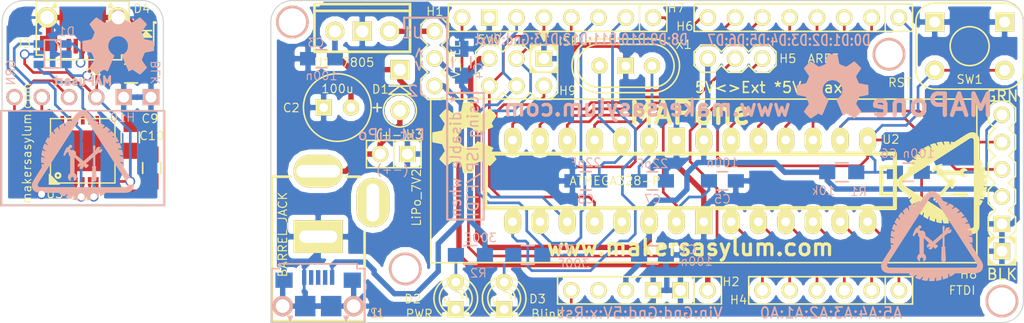
<source format=kicad_pcb>
(kicad_pcb (version 4) (host pcbnew "(2014-12-01 BZR 5309)-product")
  (title_block (title "MAPusart - USB to USART Bridge using CP2012") (rev v1) (company "Maker's Asylum : www.github.com/MakersAsylumIndia"))
  (layers (0 F.Cu signal) (31 B.Cu signal) (34 B.Paste user) (35 F.Paste user) (36 B.SilkS user) (37 F.SilkS user) (38 B.Mask user) (39 F.Mask user) (44 Edge.Cuts user))
  (net 0 "")
  (net 1 "Net-(D4-Pad1)")
  (net 2 /5V)
  (net 3 /GND_U)
  (net 4 /3V3)
  (net 5 /TXD)
  (net 6 /RXD)
  (net 7 /RST)
  (net 8 /D+)
  (net 9 /D-)
  (net 10 /D-IN)
  (net 11 /D+IN)
  (net 12 GND)
  (net 13 /V_IN)
  (net 14 "Net-(C6-Pad2)")
  (net 15 "Net-(D1-Pad1)")
  (net 16 "Net-(D2-Pad1)")
  (net 17 "Net-(D3-Pad1)")
  (net 18 /V_REG)
  (net 19 /V_USB)
  (net 20 /AD0)
  (net 21 /AD1)
  (net 22 /AD2)
  (net 23 /AD3)
  (net 24 /AD4_SDA)
  (net 25 /AD5_SCL)
  (net 26 /AREF)
  (net 27 /PD2)
  (net 28 /PD3_P)
  (net 29 /PD4)
  (net 30 /PD5_P)
  (net 31 /PD6_P)
  (net 32 /PD7)
  (net 33 /PB0)
  (net 34 /PB1_P)
  (net 35 /SS_P)
  (net 36 /MOSI_P)
  (net 37 /MISO)
  (net 38 /SCK)
  (net 39 "Net-(C7-Pad1)")
  (net 40 "Net-(C8-Pad1)")
  (net 41 /Vext)
  (module MAPone.pretty:LM78XXV (layer F.Cu) (at 58.5 34.87 90)
    (fp_text reference U1 (at -2.9 -3.7 180) (layer F.SilkS) (effects (font (size 0.8 0.8) (thickness 0.1))))
    (fp_text value 7805 (at -2.9 -0.4 180) (layer F.SilkS) (effects (font (size 0.8 0.8) (thickness 0.1))))
    (pad VI thru_hole circle (at 0 -2.54 90) (size 1.778 1.778) (drill 1.143) (layers *.Cu *.Mask F.SilkS) (net 13 /V_IN))
    (pad GND thru_hole rect (at 0 0 90) (size 1.778 1.778) (drill 1.143) (layers *.Cu *.Mask F.SilkS) (net 12 GND))
    (pad VO thru_hole circle (at 0 2.54 90) (size 1.778 1.778) (drill 1.143) (layers *.Cu *.Mask F.SilkS) (net 18 /V_REG))
  )
  (module MAPone.pretty:SW-PB (layer F.Cu) (at 115 36.25 270)
    (fp_text reference SW1 (at 3.1 0 360) (layer F.SilkS) (effects (font (size 0.8 0.8) (thickness 0.1))))
    (fp_text value RST (at 3.4 6.5 360) (layer F.SilkS) (effects (font (size 0.8 0.8) (thickness 0.1))))
    (pad 1 thru_hole rect (at -2.25 -3.25 270) (size 1.778 1.778) (drill 1.016) (layers *.Cu *.Mask F.SilkS) (net 12 GND))
    (pad 2 thru_hole circle (at 2.25 3.25 270) (size 1.778 1.778) (drill 1.016) (layers *.Cu *.Mask F.SilkS) (net 7 /RST))
    (pad 2 thru_hole circle (at 2.25 -3.25 270) (size 1.778 1.778) (drill 1.016) (layers *.Cu *.Mask F.SilkS) (net 7 /RST))
    (pad 1 thru_hole rect (at -2.25 3.25 270) (size 1.778 1.778) (drill 1.016) (layers *.Cu *.Mask F.SilkS) (net 12 GND))
  )
  (module MAPone.pretty:R_0805_HandSoldering (layer B.Cu) (at 73.9 55.7 180)
    (fp_text reference R3 (at -3.5 0.45 180) (layer B.SilkS) (effects (font (size 0.8 0.8) (thickness 0.1)) (justify mirror)))
    (fp_text value 300E (at -4.25 -0.8 180) (layer B.SilkS) (effects (font (size 0.8 0.8) (thickness 0.1)) (justify mirror)))
    (pad 1 smd rect (at -1.35 0 180) (size 1.5 1.3) (layers B.Cu B.Paste B.Mask) (net 38 /SCK))
    (pad 2 smd rect (at 1.35 0 180) (size 1.5 1.3) (layers B.Cu B.Paste B.Mask) (net 17 "Net-(D3-Pad1)"))
  )
  (module MAPone.pretty:R_0805_HandSoldering (layer B.Cu) (at 68.56 55.7)
    (fp_text reference R2 (at 0.74 1.7) (layer B.SilkS) (effects (font (size 0.8 0.8) (thickness 0.1)) (justify mirror)))
    (fp_text value 300E (at 0.94 -1.6) (layer B.SilkS) (effects (font (size 0.8 0.8) (thickness 0.1)) (justify mirror)))
    (pad 1 smd rect (at -1.35 0) (size 1.5 1.3) (layers B.Cu B.Paste B.Mask) (net 16 "Net-(D2-Pad1)"))
    (pad 2 smd rect (at 1.35 0) (size 1.5 1.3) (layers B.Cu B.Paste B.Mask) (net 2 /5V))
  )
  (module MAPone.pretty:R_0805_HandSoldering (layer B.Cu) (at 103.1 48)
    (fp_text reference R1 (at 1.5698 1.8126) (layer B.SilkS) (effects (font (size 0.8 0.8) (thickness 0.1)) (justify mirror)))
    (fp_text value 10k (at -1.7068 1.711) (layer B.SilkS) (effects (font (size 0.8 0.8) (thickness 0.1)) (justify mirror)))
    (pad 1 smd rect (at -1.35 0) (size 1.5 1.3) (layers B.Cu B.Paste B.Mask) (net 2 /5V))
    (pad 2 smd rect (at 1.35 0) (size 1.5 1.3) (layers B.Cu B.Paste B.Mask) (net 7 /RST))
  )
  (module MAPone.pretty:vite_3mm (layer F.Cu) (at 118 60)
    (fp_text reference P4 hide)
    (fp_text value CONN_1 hide)
    (pad 1 thru_hole circle (at 0 0) (size 3.048 3.048) (drill 2.54) (layers *.Cu *.SilkS *.Mask))
  )
  (module MAPone.pretty:vite_3mm (layer F.Cu) (at 62.5 57)
    (fp_text reference P3 hide)
    (fp_text value CONN_1 hide)
    (pad 1 thru_hole circle (at 0 0) (size 3.048 3.048) (drill 2.54) (layers *.Cu *.SilkS *.Mask))
  )
  (module MAPone.pretty:JACK_ALIM (layer F.Cu) (at 54.4 54 90)
    (fp_text reference J1 (at -7.2 5.5 360) (layer F.SilkS) (effects (font (size 0.8 0.8) (thickness 0.1))))
    (fp_text value BARREL_JACK (at 0.2 -3.3 270) (layer F.SilkS) (effects (font (size 0.8 0.8) (thickness 0.1))))
    (pad 2 thru_hole rect (at 0 0 90) (size 3.048 4.572) (drill oval 1.1684 3.556) (layers *.Cu *.Mask F.SilkS) (net 12 GND))
    (pad 1 thru_hole oval (at 6.096 0 90) (size 3.048 4.572) (drill oval 1.1684 4.064) (layers *.Cu *.Mask F.SilkS) (net 15 "Net-(D1-Pad1)"))
    (pad 3 thru_hole oval (at 3.175 5.08 90) (size 4.572 3.048) (drill oval 3.556 1.1684) (layers *.Cu *.Mask F.SilkS))
  )
  (module MAPone.pretty:Header_ICSP (layer F.Cu) (at 72.86 38.68)
    (fp_text reference H9 (at 4.74 1.72 180) (layer F.SilkS) (effects (font (size 0.8 0.8) (thickness 0.1))))
    (fp_text value ISP (at 4.84 -2.88 180) (layer F.SilkS) (effects (font (size 0.8 0.8) (thickness 0.1))))
    (fp_text user 5V0 (at -2.53 -3.05) (layer F.SilkS) (effects (font (size 0.8 0.8) (thickness 0.1))))
    (pad 1 thru_hole circle (at -2.54 1.27) (size 1.524 1.524) (drill 1.016) (layers *.Cu *.Mask F.SilkS) (net 37 /MISO))
    (pad 2 thru_hole circle (at -2.54 -1.27) (size 1.524 1.524) (drill 1.016) (layers *.Cu *.Mask F.SilkS) (net 2 /5V))
    (pad 3 thru_hole circle (at 0 1.27) (size 1.524 1.524) (drill 1.016) (layers *.Cu *.Mask F.SilkS) (net 38 /SCK))
    (pad 4 thru_hole circle (at 0 -1.27) (size 1.524 1.524) (drill 1.016) (layers *.Cu *.Mask F.SilkS) (net 36 /MOSI_P))
    (pad 5 thru_hole circle (at 2.54 1.27) (size 1.524 1.524) (drill 1.016) (layers *.Cu *.Mask F.SilkS) (net 7 /RST))
    (pad 6 thru_hole rect (at 2.54 -1.27) (size 1.524 1.524) (drill 1.016) (layers *.Cu *.Mask F.SilkS) (net 12 GND))
  )
  (module MAPone.pretty:Socket_Strip_Straight_1x08 (layer F.Cu) (at 76.67 33.6)
    (fp_text reference H7 (at 11.03 -0.9) (layer F.SilkS) (effects (font (size 0.8 0.8) (thickness 0.1))))
    (fp_text value IO_H hide)
    (pad 1 thru_hole circle (at 8.89 0) (size 1.524 1.524) (drill 1.016) (layers *.Cu *.Mask F.SilkS) (net 33 /PB0))
    (pad 2 thru_hole circle (at 6.35 0) (size 1.524 1.524) (drill 1.016) (layers *.Cu *.Mask F.SilkS) (net 34 /PB1_P))
    (pad 3 thru_hole circle (at 3.81 0) (size 1.524 1.524) (drill 1.016) (layers *.Cu *.Mask F.SilkS) (net 35 /SS_P))
    (pad 4 thru_hole circle (at 1.27 0) (size 1.524 1.524) (drill 1.016) (layers *.Cu *.Mask F.SilkS) (net 36 /MOSI_P))
    (pad 5 thru_hole circle (at -1.27 0) (size 1.524 1.524) (drill 1.016) (layers *.Cu *.Mask F.SilkS) (net 37 /MISO))
    (pad 6 thru_hole circle (at -3.81 0) (size 1.524 1.524) (drill 1.016) (layers *.Cu *.Mask F.SilkS) (net 38 /SCK))
    (pad 7 thru_hole rect (at -6.35 0) (size 1.524 1.524) (drill 1.016) (layers *.Cu *.Mask F.SilkS) (net 12 GND))
    (pad 8 thru_hole circle (at -8.89 0) (size 1.524 1.524) (drill 1.016) (layers *.Cu *.Mask F.SilkS) (net 41 /Vext))
  )
  (module MAPone.pretty:Socket_Strip_Straight_1x08 (layer F.Cu) (at 99.53 33.6)
    (fp_text reference H6 (at -11.03 0.8) (layer F.SilkS) (effects (font (size 0.8 0.8) (thickness 0.1))))
    (fp_text value IO_L hide)
    (pad 1 thru_hole circle (at 8.89 0) (size 1.524 1.524) (drill 1.016) (layers *.Cu *.Mask F.SilkS) (net 6 /RXD))
    (pad 2 thru_hole circle (at 6.35 0) (size 1.524 1.524) (drill 1.016) (layers *.Cu *.Mask F.SilkS) (net 5 /TXD))
    (pad 3 thru_hole circle (at 3.81 0) (size 1.524 1.524) (drill 1.016) (layers *.Cu *.Mask F.SilkS) (net 27 /PD2))
    (pad 4 thru_hole circle (at 1.27 0) (size 1.524 1.524) (drill 1.016) (layers *.Cu *.Mask F.SilkS) (net 28 /PD3_P))
    (pad 5 thru_hole circle (at -1.27 0) (size 1.524 1.524) (drill 1.016) (layers *.Cu *.Mask F.SilkS) (net 29 /PD4))
    (pad 6 thru_hole circle (at -3.81 0) (size 1.524 1.524) (drill 1.016) (layers *.Cu *.Mask F.SilkS) (net 30 /PD5_P))
    (pad 7 thru_hole circle (at -6.35 0) (size 1.524 1.524) (drill 1.016) (layers *.Cu *.Mask F.SilkS) (net 31 /PD6_P))
    (pad 8 thru_hole circle (at -8.89 0) (size 1.524 1.524) (drill 1.016) (layers *.Cu *.Mask F.SilkS) (net 32 /PD7))
  )
  (module MAPone.pretty:Socket_Strip_Straight_1x06 (layer F.Cu) (at 102.07 59)
    (fp_text reference H4 (at -8.57 0.9) (layer F.SilkS) (effects (font (size 0.8 0.8) (thickness 0.1))))
    (fp_text value ANALOG hide)
    (pad 1 thru_hole circle (at 6.35 0) (size 1.524 1.524) (drill 1.016) (layers *.Cu *.Mask F.SilkS) (net 25 /AD5_SCL))
    (pad 2 thru_hole circle (at 3.81 0) (size 1.524 1.524) (drill 1.016) (layers *.Cu *.Mask F.SilkS) (net 24 /AD4_SDA))
    (pad 3 thru_hole circle (at 1.27 0) (size 1.524 1.524) (drill 1.016) (layers *.Cu *.Mask F.SilkS) (net 23 /AD3))
    (pad 4 thru_hole circle (at -1.27 0) (size 1.524 1.524) (drill 1.016) (layers *.Cu *.Mask F.SilkS) (net 22 /AD2))
    (pad 5 thru_hole circle (at -3.81 0) (size 1.524 1.524) (drill 1.016) (layers *.Cu *.Mask F.SilkS) (net 21 /AD1))
    (pad 6 thru_hole circle (at -6.35 0) (size 1.524 1.524) (drill 1.016) (layers *.Cu *.Mask F.SilkS) (net 20 /AD0))
  )
  (module MAPone.pretty:Socket_Strip_Straight_1x06 (layer F.Cu) (at 84.29 59)
    (fp_text reference H2 (at 8.51 -0.8) (layer F.SilkS) (effects (font (size 0.8 0.8) (thickness 0.1))))
    (fp_text value Power hide)
    (pad 1 thru_hole circle (at 6.35 0) (size 1.524 1.524) (drill 1.016) (layers *.Cu *.Mask F.SilkS) (net 13 /V_IN))
    (pad 2 thru_hole rect (at 3.81 0) (size 1.524 1.524) (drill 1.016) (layers *.Cu *.Mask F.SilkS) (net 12 GND))
    (pad 3 thru_hole rect (at 1.27 0) (size 1.524 1.524) (drill 1.016) (layers *.Cu *.Mask F.SilkS) (net 12 GND))
    (pad 4 thru_hole circle (at -1.27 0) (size 1.524 1.524) (drill 1.016) (layers *.Cu *.Mask F.SilkS) (net 2 /5V))
    (pad 5 thru_hole circle (at -3.81 0) (size 1.524 1.524) (drill 1.016) (layers *.Cu *.Mask F.SilkS))
    (pad 6 thru_hole circle (at -6.35 0) (size 1.524 1.524) (drill 1.016) (layers *.Cu *.Mask F.SilkS) (net 7 /RST))
  )
  (module MAPone.pretty:Header_3 (layer F.Cu) (at 65.23 37.41 270)
    (fp_text reference H1 (at -4.39 -0.02 540) (layer F.SilkS) (effects (font (size 0.8 0.8) (thickness 0.1))))
    (fp_text value V_SEL (at 0.09 -1.97 450) (layer F.SilkS) (effects (font (size 0.8 0.8) (thickness 0.1))))
    (pad 1 thru_hole circle (at -2.54 0 270) (size 1.524 1.524) (drill 1.016) (layers *.Cu *.Mask F.SilkS) (net 18 /V_REG))
    (pad 2 thru_hole circle (at 0 0 270) (size 1.524 1.524) (drill 1.016) (layers *.Cu *.Mask F.SilkS) (net 2 /5V))
    (pad 3 thru_hole circle (at 2.54 0 270) (size 1.524 1.524) (drill 1.016) (layers *.Cu *.Mask F.SilkS) (net 19 /V_USB))
  )
  (module MAPone.pretty:LED-3MM (layer F.Cu) (at 71.7 59.5 270)
    (fp_text reference D3 (at 0.3 -3.1 360) (layer F.SilkS) (effects (font (size 0.8 0.8) (thickness 0.1))))
    (fp_text value Blink (at 1.7 -4 360) (layer F.SilkS) (effects (font (size 0.8 0.8) (thickness 0.1))))
    (pad 1 thru_hole circle (at -1.27 0 270) (size 1.524 1.524) (drill 0.8128) (layers *.Cu *.Mask F.SilkS) (net 17 "Net-(D3-Pad1)"))
    (pad 2 thru_hole rect (at 1.27 0 270) (size 1.524 1.524) (drill 0.8128) (layers *.Cu *.Mask F.SilkS) (net 12 GND))
  )
  (module MAPone.pretty:LED-3MM (layer F.Cu) (at 67.2 59.5 270)
    (fp_text reference D2 (at 0.3 4 360) (layer F.SilkS) (effects (font (size 0.8 0.8) (thickness 0.1))))
    (fp_text value PWR (at 1.7 3.4 360) (layer F.SilkS) (effects (font (size 0.8 0.8) (thickness 0.1))))
    (pad 1 thru_hole circle (at -1.27 0 270) (size 1.524 1.524) (drill 0.8128) (layers *.Cu *.Mask F.SilkS) (net 16 "Net-(D2-Pad1)"))
    (pad 2 thru_hole rect (at 1.27 0 270) (size 1.524 1.524) (drill 0.8128) (layers *.Cu *.Mask F.SilkS) (net 12 GND))
  )
  (module MAPone.pretty:C_0805_HandSoldering (layer B.Cu) (at 79.3 48.8 180)
    (fp_text reference C8 (at 0 -1.7 180) (layer B.SilkS) (effects (font (size 0.8 0.8) (thickness 0.1)) (justify mirror)))
    (fp_text value 22pF (at 0 1.7 180) (layer B.SilkS) (effects (font (size 0.8 0.8) (thickness 0.1)) (justify mirror)))
    (pad 1 smd rect (at -1.25 0 180) (size 1.5 1.25) (layers B.Cu B.Paste B.Mask) (net 40 "Net-(C8-Pad1)"))
    (pad 2 smd rect (at 1.25 0 180) (size 1.5 1.25) (layers B.Cu B.Paste B.Mask) (net 12 GND))
  )
  (module MAPone.pretty:C_0805_HandSoldering (layer B.Cu) (at 85.5 48.8)
    (fp_text reference C7 (at 0 1.7) (layer B.SilkS) (effects (font (size 0.8 0.8) (thickness 0.1)) (justify mirror)))
    (fp_text value 22pF (at 0 -1.6) (layer B.SilkS) (effects (font (size 0.8 0.8) (thickness 0.1)) (justify mirror)))
    (pad 1 smd rect (at -1.25 0) (size 1.5 1.25) (layers B.Cu B.Paste B.Mask) (net 39 "Net-(C7-Pad1)"))
    (pad 2 smd rect (at 1.25 0) (size 1.5 1.25) (layers B.Cu B.Paste B.Mask) (net 12 GND))
  )
  (module MAPone.pretty:C_0805_HandSoldering (layer B.Cu) (at 109.3 48)
    (fp_text reference C6 (at -1.8 -1.75) (layer B.SilkS) (effects (font (size 0.8 0.8) (thickness 0.1)) (justify mirror)))
    (fp_text value 100n (at 0.95 -1.75) (layer B.SilkS) (effects (font (size 0.8 0.8) (thickness 0.1)) (justify mirror)))
    (pad 1 smd rect (at -1.25 0) (size 1.5 1.25) (layers B.Cu B.Paste B.Mask) (net 7 /RST))
    (pad 2 smd rect (at 1.25 0) (size 1.5 1.25) (layers B.Cu B.Paste B.Mask) (net 14 "Net-(C6-Pad2)"))
  )
  (module MAPone.pretty:C_0805_HandSoldering (layer B.Cu) (at 92 48.8)
    (fp_text reference C5 (at 0 1.7) (layer B.SilkS) (effects (font (size 0.8 0.8) (thickness 0.1)) (justify mirror)))
    (fp_text value 100n (at 0 -1.7) (layer B.SilkS) (effects (font (size 0.8 0.8) (thickness 0.1)) (justify mirror)))
    (pad 1 smd rect (at -1.25 0) (size 1.5 1.25) (layers B.Cu B.Paste B.Mask) (net 26 /AREF))
    (pad 2 smd rect (at 1.25 0) (size 1.5 1.25) (layers B.Cu B.Paste B.Mask) (net 12 GND))
  )
  (module MAPone.pretty:C_0805_HandSoldering (layer B.Cu) (at 67.75 37.75 90)
    (fp_text reference C4 (at -0.79 1.55 270) (layer B.SilkS) (effects (font (size 0.8 0.8) (thickness 0.1)) (justify mirror)))
    (fp_text value 100n hide)
    (pad 1 smd rect (at -1.25 0 90) (size 1.5 1.25) (layers B.Cu B.Paste B.Mask) (net 2 /5V))
    (pad 2 smd rect (at 1.25 0 90) (size 1.5 1.25) (layers B.Cu B.Paste B.Mask) (net 12 GND))
  )
  (module MAPone.pretty:C_0805_HandSoldering (layer B.Cu) (at 54.71 37.42)
    (fp_text reference C3 (at -0.53 -1.48 180) (layer B.SilkS) (effects (font (size 0.8 0.8) (thickness 0.1)) (justify mirror)))
    (fp_text value 100n (at 0 1.59 180) (layer B.SilkS) (effects (font (size 0.8 0.8) (thickness 0.1)) (justify mirror)))
    (pad 1 smd rect (at -1.25 0) (size 1.5 1.25) (layers B.Cu B.Paste B.Mask) (net 12 GND))
    (pad 2 smd rect (at 1.25 0) (size 1.5 1.25) (layers B.Cu B.Paste B.Mask) (net 13 /V_IN))
  )
  (module MAPone.pretty:C_0805_HandSoldering (layer B.Cu) (at 85.5 55.7)
    (fp_text reference C1 (at 3.3 -0.5) (layer B.SilkS) (effects (font (size 0.8 0.8) (thickness 0.1)) (justify mirror)))
    (fp_text value 100n (at 4.1 0.6) (layer B.SilkS) (effects (font (size 0.8 0.8) (thickness 0.1)) (justify mirror)))
    (pad 1 smd rect (at -1.25 0) (size 1.5 1.25) (layers B.Cu B.Paste B.Mask) (net 2 /5V))
    (pad 2 smd rect (at 1.25 0) (size 1.5 1.25) (layers B.Cu B.Paste B.Mask) (net 12 GND))
  )
  (module MAPone.pretty:DIP-28__300_ELL_ZIF (layer F.Cu) (at 89 48.8 180)
    (fp_text reference U2 (at -18.667 3.8642 180) (layer F.SilkS) (effects (font (size 0.8 0.8) (thickness 0.1))))
    (fp_text value ATMEGA328-P (at 6.985 0 180) (layer F.SilkS) (effects (font (size 0.8 0.8) (thickness 0.1))))
    (pad 2 thru_hole oval (at -13.97 3.81 180) (size 1.5748 2.286) (drill 0.8128) (layers *.Cu *.Mask F.SilkS) (net 6 /RXD))
    (pad 3 thru_hole oval (at -11.43 3.81 180) (size 1.5748 2.286) (drill 0.8128) (layers *.Cu *.Mask F.SilkS) (net 5 /TXD))
    (pad 4 thru_hole oval (at -8.89 3.81 180) (size 1.5748 2.286) (drill 0.8128) (layers *.Cu *.Mask F.SilkS) (net 27 /PD2))
    (pad 5 thru_hole oval (at -6.35 3.81 180) (size 1.5748 2.286) (drill 0.8128) (layers *.Cu *.Mask F.SilkS) (net 28 /PD3_P))
    (pad 6 thru_hole oval (at -3.81 3.81 180) (size 1.5748 2.286) (drill 0.8128) (layers *.Cu *.Mask F.SilkS) (net 29 /PD4))
    (pad 7 thru_hole oval (at -1.27 3.81 180) (size 1.5748 2.286) (drill 0.8128) (layers *.Cu *.Mask F.SilkS) (net 2 /5V))
    (pad 8 thru_hole rect (at 1.27 3.81 180) (size 1.5748 2.286) (drill 0.8128) (layers *.Cu *.Mask F.SilkS) (net 12 GND))
    (pad 9 thru_hole oval (at 3.81 3.81 180) (size 1.5748 2.286) (drill 0.8128) (layers *.Cu *.Mask F.SilkS) (net 39 "Net-(C7-Pad1)"))
    (pad 10 thru_hole oval (at 6.35 3.81 180) (size 1.5748 2.286) (drill 0.8128) (layers *.Cu *.Mask F.SilkS) (net 40 "Net-(C8-Pad1)"))
    (pad 11 thru_hole oval (at 8.89 3.81 180) (size 1.5748 2.286) (drill 0.8128) (layers *.Cu *.Mask F.SilkS) (net 30 /PD5_P))
    (pad 12 thru_hole oval (at 11.43 3.81 180) (size 1.5748 2.286) (drill 0.8128) (layers *.Cu *.Mask F.SilkS) (net 31 /PD6_P))
    (pad 13 thru_hole oval (at 13.97 3.81 180) (size 1.5748 2.286) (drill 0.8128) (layers *.Cu *.Mask F.SilkS) (net 32 /PD7))
    (pad 14 thru_hole oval (at 16.51 3.81 180) (size 1.5748 2.286) (drill 0.8128) (layers *.Cu *.Mask F.SilkS) (net 33 /PB0))
    (pad 1 thru_hole oval (at -16.51 3.81 180) (size 1.5748 2.286) (drill 0.8128) (layers *.Cu *.Mask F.SilkS) (net 7 /RST))
    (pad 15 thru_hole oval (at 16.51 -3.81 180) (size 1.5748 2.286) (drill 0.8128) (layers *.Cu *.Mask F.SilkS) (net 34 /PB1_P))
    (pad 16 thru_hole oval (at 13.97 -3.81 180) (size 1.5748 2.286) (drill 0.8128) (layers *.Cu *.Mask F.SilkS) (net 35 /SS_P))
    (pad 17 thru_hole oval (at 11.43 -3.81 180) (size 1.5748 2.286) (drill 0.8128) (layers *.Cu *.Mask F.SilkS) (net 36 /MOSI_P))
    (pad 18 thru_hole oval (at 8.89 -3.81 180) (size 1.5748 2.286) (drill 0.8128) (layers *.Cu *.Mask F.SilkS) (net 37 /MISO))
    (pad 19 thru_hole oval (at 6.35 -3.81 180) (size 1.5748 2.286) (drill 0.8128) (layers *.Cu *.Mask F.SilkS) (net 38 /SCK))
    (pad 20 thru_hole oval (at 3.81 -3.81 180) (size 1.5748 2.286) (drill 0.8128) (layers *.Cu *.Mask F.SilkS) (net 2 /5V))
    (pad 21 thru_hole oval (at 1.27 -3.81 180) (size 1.5748 2.286) (drill 0.8128) (layers *.Cu *.Mask F.SilkS) (net 26 /AREF))
    (pad 22 thru_hole rect (at -1.27 -3.81 180) (size 1.5748 2.286) (drill 0.8128) (layers *.Cu *.Mask F.SilkS) (net 12 GND))
    (pad 23 thru_hole oval (at -3.81 -3.81 180) (size 1.5748 2.286) (drill 0.8128) (layers *.Cu *.Mask F.SilkS) (net 20 /AD0))
    (pad 24 thru_hole oval (at -6.35 -3.81 180) (size 1.5748 2.286) (drill 0.8128) (layers *.Cu *.Mask F.SilkS) (net 21 /AD1))
    (pad 25 thru_hole oval (at -8.89 -3.81 180) (size 1.5748 2.286) (drill 0.8128) (layers *.Cu *.Mask F.SilkS) (net 22 /AD2))
    (pad 26 thru_hole oval (at -11.43 -3.81 180) (size 1.5748 2.286) (drill 0.8128) (layers *.Cu *.Mask F.SilkS) (net 23 /AD3))
    (pad 27 thru_hole oval (at -13.97 -3.81 180) (size 1.5748 2.286) (drill 0.8128) (layers *.Cu *.Mask F.SilkS) (net 24 /AD4_SDA))
    (pad 28 thru_hole oval (at -16.51 -3.81 180) (size 1.5748 2.286) (drill 0.8128) (layers *.Cu *.Mask F.SilkS) (net 25 /AD5_SCL))
  )
  (module MAPone.pretty:Header_FTDI (layer F.Cu) (at 118 49 90)
    (fp_text reference H8 (at -8.5 -3.1 180) (layer F.SilkS) (effects (font (size 0.8 0.8) (thickness 0.1))))
    (fp_text value FTDI (at -10 -3.7 180) (layer F.SilkS) (effects (font (size 0.8 0.8) (thickness 0.1))))
    (fp_text user GRN (at 8.1 0 180) (layer F.SilkS))
    (fp_text user BLK (at -8.5 0 180) (layer F.SilkS))
    (pad 1 thru_hole rect (at -6.35 0 90) (size 1.524 1.524) (drill 1.016) (layers *.Cu *.Mask F.SilkS) (net 12 GND))
    (pad 2 thru_hole rect (at -3.81 0 90) (size 1.524 1.524) (drill 1.016) (layers *.Cu *.Mask F.SilkS) (net 12 GND))
    (pad 3 thru_hole circle (at -1.27 0 90) (size 1.524 1.524) (drill 1.016) (layers *.Cu *.Mask F.SilkS) (net 2 /5V))
    (pad 4 thru_hole circle (at 1.27 0 90) (size 1.524 1.524) (drill 1.016) (layers *.Cu *.Mask F.SilkS) (net 6 /RXD))
    (pad 5 thru_hole circle (at 3.81 0 90) (size 1.524 1.524) (drill 1.016) (layers *.Cu *.Mask F.SilkS) (net 5 /TXD))
    (pad 6 thru_hole circle (at 6.35 0 90) (size 1.524 1.524) (drill 1.016) (layers *.Cu *.Mask F.SilkS) (net 14 "Net-(C6-Pad2)"))
  )
  (module MAPone.pretty:USB_B_Micro (layer B.Cu) (at 54.4 57.8 90)
    (fp_text reference J2 (at -3.3 5.5 180) (layer B.SilkS) (effects (font (size 0.8 0.8) (thickness 0.1)) (justify mirror)))
    (fp_text value USB-Micro hide)
    (pad 3 smd rect (at 0 0 90) (size 1.3716 0.4064) (layers B.Cu B.Paste B.Mask) (clearance 0.2032))
    (pad 4 smd rect (at 0 -0.65024 90) (size 1.3716 0.4064) (layers B.Cu B.Paste B.Mask) (clearance 0.2032))
    (pad 5 smd rect (at 0 -1.30048 90) (size 1.3716 0.4064) (layers B.Cu B.Paste B.Mask) (net 12 GND) (clearance 0.2032))
    (pad 2 smd rect (at 0 0.65024 90) (size 1.3716 0.4064) (layers B.Cu B.Paste B.Mask) (clearance 0.2032))
    (pad 1 smd rect (at 0 1.30048 90) (size 1.3716 0.4064) (layers B.Cu B.Paste B.Mask) (net 19 /V_USB) (clearance 0.2032))
    (pad T1 smd rect (at -0.254 3.175 90) (size 1.4224 1.6002) (layers B.Cu B.Paste B.Mask) (net 12 GND))
    (pad T2 smd rect (at -0.254 -3.175 90) (size 1.4224 1.6002) (layers B.Cu B.Paste B.Mask) (net 12 GND))
    (pad T3 smd rect (at -2.667 1.2065 90) (size 1.905 1.905) (layers B.Cu B.Paste B.Mask) (net 12 GND) (clearance 0.2032))
    (pad T4 smd rect (at -2.667 -1.2065 90) (size 1.905 1.905) (layers B.Cu B.Paste B.Mask) (net 12 GND) (clearance 0.2032))
    (pad T5 thru_hole circle (at -2.667 3.302 90) (size 1.905 1.905) (drill 1.27) (layers *.Cu *.Paste *.Mask B.SilkS) (net 12 GND) (clearance 0.2032))
    (pad T6 thru_hole circle (at -2.667 -3.302 90) (size 1.905 1.905) (drill 1.27) (layers *.Cu *.Paste *.Mask B.SilkS) (net 12 GND) (clearance 0.2032))
  )
  (module MAPone.pretty:Crystal_HC49-U_Vertical_3Pin (layer F.Cu) (at 83.01 38.08 180)
    (fp_text reference X1 (at -5.39 1.98 180) (layer F.SilkS) (effects (font (size 0.8 0.8) (thickness 0.1))))
    (fp_text value 16MHz hide)
    (pad 1 thru_hole circle (at -2.44094 0 180) (size 1.50114 1.50114) (drill 0.8128) (layers *.Cu *.Mask F.SilkS) (net 39 "Net-(C7-Pad1)"))
    (pad 2 thru_hole circle (at 2.44094 0 180) (size 1.50114 1.50114) (drill 0.8128) (layers *.Cu *.Mask F.SilkS) (net 40 "Net-(C8-Pad1)"))
    (pad 3 thru_hole rect (at 0 0 180) (size 1.50114 1.50114) (drill 0.8128) (layers *.Cu *.Mask F.SilkS) (net 12 GND))
  )
  (module MAPone.pretty:Diode_DO-41_SOD81_Vertical_KathodeUp (layer F.Cu) (at 62 40.25 90)
    (fp_text reference D1 (at -0.02 -1.82 180) (layer F.SilkS) (effects (font (size 0.8 0.8) (thickness 0.1))))
    (fp_text value 1N4007 hide)
    (pad 1 thru_hole circle (at -2 0 90) (size 1.778 1.778) (drill 1.143) (layers *.Cu *.Mask F.SilkS) (net 15 "Net-(D1-Pad1)"))
    (pad 2 thru_hole rect (at 1.81 0 90) (size 1.778 1.778) (drill 1.143) (layers *.Cu *.Mask F.SilkS) (net 13 /V_IN))
  )
  (module MAPone.pretty:vite_3mm (layer F.Cu) (at 52 34)
    (fp_text reference P1 hide)
    (fp_text value CONN_1 hide)
    (pad 1 thru_hole circle (at 0 0) (size 3.048 3.048) (drill 2.54) (layers *.Cu *.SilkS *.Mask))
  )
  (module MAPone.pretty:vite_3mm (layer F.Cu) (at 107.5 37)
    (fp_text reference P2 hide)
    (fp_text value CONN_1 hide)
    (pad 1 thru_hole circle (at 0 0) (size 3.048 3.048) (drill 2.54) (layers *.Cu *.SilkS *.Mask))
  )
  (module MAPone.pretty:Header_A_REF (layer F.Cu) (at 93.18 37.41)
    (fp_text reference H5 (at 4.9 0 180) (layer F.SilkS) (effects (font (size 0.8 0.8) (thickness 0.1))))
    (fp_text value AREF (at 8.2 0 180) (layer F.SilkS) (effects (font (size 0.8 0.8) (thickness 0.1))))
    (pad 1 thru_hole circle (at -2.54 0) (size 1.524 1.524) (drill 1.016) (layers *.Cu *.Mask F.SilkS) (net 2 /5V))
    (pad 2 thru_hole circle (at 0 0) (size 1.524 1.524) (drill 1.016) (layers *.Cu *.Mask F.SilkS) (net 26 /AREF))
    (pad 3 thru_hole circle (at 2.54 0) (size 1.524 1.524) (drill 1.016) (layers *.Cu *.Mask F.SilkS) (net 41 /Vext))
  )
  (module MAPone.pretty:MA_Logo2 (layer F.Cu) (at 112.5 49 90)
    (fp_text reference Z2 hide)
    (fp_text value CONN_1 hide)
  )
  (module MAPone.pretty:Elko_vert_11.2x6.3mm_RM2.5 (layer F.Cu) (at 57.45 41.97 180)
    (fp_text reference C2 (at 5.55 -0.03 360) (layer F.SilkS) (effects (font (size 0.8 0.8) (thickness 0.1))))
    (fp_text value 100u (at 1.25 1.75 360) (layer F.SilkS) (effects (font (size 0.8 0.8) (thickness 0.1))))
    (fp_text user + (at -2.45 0.07 180) (layer F.SilkS))
    (pad 2 thru_hole rect (at 2.54 0 180) (size 1.50114 1.50114) (drill 0.8128) (layers *.Cu *.Mask F.SilkS) (net 12 GND))
    (pad 1 thru_hole circle (at 0 0 180) (size 1.50114 1.50114) (drill 0.8128) (layers *.Cu *.Mask F.SilkS) (net 13 /V_IN))
  )
  (module MAPone:OSHW_6mm (layer B.Cu) (at 102.25 40 180)
    (fp_text reference Z6 hide)
    (fp_text value CONN_1 hide)
  )
  (module MAPone:OSHW_6mm (layer F.Cu) (at 68 44.75 90)
    (fp_text reference Z7 hide)
    (fp_text value CONN_1 hide)
  )
  (module MAPone.pretty:Pin_Header_Straight_1x02 (layer F.Cu) (at 61.43 46.3 180)
    (fp_text reference H3 (at -1.92 1.83 360) (layer F.SilkS) (effects (font (size 0.8 0.8) (thickness 0.1))))
    (fp_text value LiPo_7V2 (at -2.12 -4.05 270) (layer F.SilkS) (effects (font (size 0.8 0.8) (thickness 0.1))))
    (pad 1 thru_hole rect (at -1.27 0 180) (size 1.524 1.524) (drill 1.016) (layers *.Cu *.Mask F.SilkS) (net 12 GND))
    (pad 2 thru_hole circle (at 1.27 0 180) (size 1.524 1.524) (drill 1.016) (layers *.Cu *.Mask F.SilkS) (net 15 "Net-(D1-Pad1)"))
  )
  (module MAPone.pretty:MA_Logo2 (layer B.Cu) (at 111.5 54 180)
    (fp_text reference Z1 hide)
    (fp_text value CONN_1 hide)
  )
  (module MAPusart.pretty:C_0805_HandSoldering (layer F.Cu) (at 36.925 44.75 90)
    (fp_text reference C9 (at 1.75 1.825 180) (layer F.SilkS) (effects (font (size 0.8 0.8) (thickness 0.1))))
    (fp_text value 100n hide)
    (pad 1 smd rect (at -1.25 0 90) (size 1.5 1.25) (layers F.Cu F.Paste F.Mask) (net 2 /5V))
    (pad 2 smd rect (at 1.25 0 90) (size 1.5 1.25) (layers F.Cu F.Paste F.Mask) (net 3 /GND_U))
  )
  (module MAPusart.pretty:C_0805_HandSoldering (layer F.Cu) (at 38.925 47.6 90)
    (fp_text reference C10 (at 3 0 180) (layer F.SilkS) (effects (font (size 0.8 0.8) (thickness 0.1))))
    (fp_text value 100n hide)
    (pad 1 smd rect (at -1.25 0 90) (size 1.5 1.25) (layers F.Cu F.Paste F.Mask) (net 4 /3V3))
    (pad 2 smd rect (at 1.25 0 90) (size 1.5 1.25) (layers F.Cu F.Paste F.Mask) (net 3 /GND_U))
  )
  (module MAPusart.pretty:USB_B_Micro (layer F.Cu) (at 32.5 36.25 270)
    (fp_text reference J3 (at -0.25 5.5 360) (layer F.SilkS) (effects (font (size 0.8 0.8) (thickness 0.1))))
    (fp_text value USB-Micro hide)
    (pad 3 smd rect (at 0 0 270) (size 1.3716 0.4064) (layers F.Cu F.Paste F.Mask) (net 11 /D+IN) (clearance 0.2032))
    (pad 4 smd rect (at 0 0.65024 270) (size 1.3716 0.4064) (layers F.Cu F.Paste F.Mask) (clearance 0.2032))
    (pad 5 smd rect (at 0 1.30048 270) (size 1.3716 0.4064) (layers F.Cu F.Paste F.Mask) (net 3 /GND_U) (clearance 0.2032))
    (pad 2 smd rect (at 0 -0.65024 270) (size 1.3716 0.4064) (layers F.Cu F.Paste F.Mask) (net 10 /D-IN) (clearance 0.2032))
    (pad 1 smd rect (at 0 -1.30048 270) (size 1.3716 0.4064) (layers F.Cu F.Paste F.Mask) (net 2 /5V) (clearance 0.2032))
    (pad T1 smd rect (at -0.254 -3.175 270) (size 1.4224 1.6002) (layers F.Cu F.Paste F.Mask) (net 3 /GND_U))
    (pad T2 smd rect (at -0.254 3.175 270) (size 1.4224 1.6002) (layers F.Cu F.Paste F.Mask) (net 3 /GND_U))
    (pad T3 smd rect (at -2.667 -1.2065 270) (size 1.905 1.905) (layers F.Cu F.Paste F.Mask) (net 3 /GND_U) (clearance 0.2032))
    (pad T4 smd rect (at -2.667 1.2065 270) (size 1.905 1.905) (layers F.Cu F.Paste F.Mask) (net 3 /GND_U) (clearance 0.2032))
    (pad T5 thru_hole circle (at -2.667 -3.302 270) (size 1.905 1.905) (drill 1.27) (layers *.Cu *.Paste *.Mask F.SilkS) (net 3 /GND_U) (clearance 0.2032))
    (pad T6 thru_hole circle (at -2.667 3.302 270) (size 1.905 1.905) (drill 1.27) (layers *.Cu *.Paste *.Mask F.SilkS) (net 3 /GND_U) (clearance 0.2032))
  )
  (module MAPusart.pretty:R_0805_HandSoldering (layer F.Cu) (at 37 38.8)
    (fp_text reference R4 (at -3.5 0 180) (layer F.SilkS) (effects (font (size 0.8 0.8) (thickness 0.1))))
    (fp_text value 300E hide)
    (pad 1 smd rect (at -1.35 0) (size 1.5 1.3) (layers F.Cu F.Paste F.Mask) (net 2 /5V))
    (pad 2 smd rect (at 1.35 0) (size 1.5 1.3) (layers F.Cu F.Paste F.Mask) (net 1 "Net-(D4-Pad1)"))
  )
  (module MAPusart.pretty:qfn-28 (layer F.Cu) (at 32.5 46)
    (fp_text reference U3 (at -2.6 4 180) (layer F.SilkS) (effects (font (size 0.8 0.8) (thickness 0.1))))
    (fp_text value CP210X hide)
    (pad 2 smd rect (at -1.30048 2.84988) (size 0.35052 0.8001) (layers F.Cu F.Paste F.Mask) (clearance 0.1))
    (pad 3 smd rect (at -0.65024 2.84988) (size 0.35052 0.8001) (layers F.Cu F.Paste F.Mask) (net 3 /GND_U) (clearance 0.1))
    (pad 4 smd rect (at 0 2.84988) (size 0.35052 0.8001) (layers F.Cu F.Paste F.Mask) (net 8 /D+) (clearance 0.1))
    (pad 5 smd rect (at 0.65024 2.84988) (size 0.35052 0.8001) (layers F.Cu F.Paste F.Mask) (net 9 /D-) (clearance 0.1))
    (pad 8 smd rect (at 2.85242 1.95072) (size 0.8001 0.35052) (layers F.Cu F.Paste F.Mask) (net 2 /5V) (clearance 0.1))
    (pad 9 smd rect (at 2.85242 1.30048) (size 0.8001 0.35052) (layers F.Cu F.Paste F.Mask) (clearance 0.1))
    (pad 10 smd rect (at 2.85242 0.65024) (size 0.8001 0.35052) (layers F.Cu F.Paste F.Mask) (clearance 0.1))
    (pad 11 smd rect (at 2.85242 0) (size 0.8001 0.35052) (layers F.Cu F.Paste F.Mask) (clearance 0.1))
    (pad 12 smd rect (at 2.85242 -0.65024) (size 0.8001 0.35052) (layers F.Cu F.Paste F.Mask) (clearance 0.1))
    (pad 13 smd rect (at 2.85242 -1.30048) (size 0.8001 0.35052) (layers F.Cu F.Paste F.Mask) (clearance 0.1))
    (pad 14 smd rect (at 2.85242 -1.95072) (size 0.8001 0.35052) (layers F.Cu F.Paste F.Mask) (clearance 0.1))
    (pad 1 smd rect (at -1.95072 2.84988) (size 0.35052 0.8001) (layers F.Cu F.Paste F.Mask) (clearance 0.1))
    (pad 29 smd rect (at 0.94996 0.94996) (size 1.89992 1.89992) (layers F.Cu F.Paste F.Mask) (net 3 /GND_U))
    (pad 29 smd rect (at -0.94996 0.94996) (size 1.89992 1.89992) (layers F.Cu F.Paste F.Mask) (net 3 /GND_U))
    (pad 29 smd rect (at -0.94996 -0.94996) (size 1.89992 1.89992) (layers F.Cu F.Paste F.Mask) (net 3 /GND_U))
    (pad 29 smd rect (at 0.94996 -0.94996) (size 1.89992 1.89992) (layers F.Cu F.Paste F.Mask) (net 3 /GND_U))
    (pad 15 smd rect (at 2.00152 -2.85242) (size 0.35052 0.8001) (layers F.Cu F.Paste F.Mask) (clearance 0.1))
    (pad 16 smd rect (at 1.35128 -2.85242) (size 0.35052 0.8001) (layers F.Cu F.Paste F.Mask) (clearance 0.1))
    (pad 17 smd rect (at 0.70104 -2.85242) (size 0.35052 0.8001) (layers F.Cu F.Paste F.Mask) (clearance 0.1))
    (pad 18 smd rect (at 0 -2.85242) (size 0.35052 0.8001) (layers F.Cu F.Paste F.Mask) (clearance 0.1))
    (pad 19 smd rect (at -0.59944 -2.85242) (size 0.35052 0.8001) (layers F.Cu F.Paste F.Mask) (clearance 0.1))
    (pad 20 smd rect (at -1.24968 -2.85242) (size 0.35052 0.8001) (layers F.Cu F.Paste F.Mask) (clearance 0.1))
    (pad 21 smd rect (at -1.89992 -2.85242) (size 0.35052 0.8001) (layers F.Cu F.Paste F.Mask) (clearance 0.1))
    (pad 22 smd rect (at -2.84988 -1.95072) (size 0.8001 0.35052) (layers F.Cu F.Paste F.Mask) (clearance 0.1))
    (pad 23 smd rect (at -2.84988 -1.30048) (size 0.8001 0.35052) (layers F.Cu F.Paste F.Mask) (clearance 0.1))
    (pad 24 smd rect (at -2.84988 -0.65024) (size 0.8001 0.35052) (layers F.Cu F.Paste F.Mask) (clearance 0.1))
    (pad 25 smd rect (at -2.84988 0) (size 0.8001 0.35052) (layers F.Cu F.Paste F.Mask) (net 6 /RXD) (clearance 0.1))
    (pad 26 smd rect (at -2.84988 0.65024) (size 0.8001 0.35052) (layers F.Cu F.Paste F.Mask) (net 5 /TXD) (clearance 0.1))
    (pad 27 smd rect (at -2.84988 1.30048) (size 0.8001 0.35052) (layers F.Cu F.Paste F.Mask) (clearance 0.1))
    (pad 28 smd rect (at -2.84988 1.95072) (size 0.8001 0.35052) (layers F.Cu F.Paste F.Mask) (net 7 /RST) (clearance 0.1))
    (pad 6 smd rect (at 1.30048 2.84988) (size 0.35052 0.8001) (layers F.Cu F.Paste F.Mask) (net 4 /3V3) (clearance 0.1))
    (pad 7 smd rect (at 1.95072 2.84988) (size 0.35052 0.8001) (layers F.Cu F.Paste F.Mask) (net 2 /5V) (clearance 0.1))
  )
  (module MAPusart.pretty:LED-0805 (layer F.Cu) (at 38.4 35.1 90)
    (fp_text reference D4 (at 2.35 -0.4 180) (layer F.SilkS) (effects (font (size 0.8 0.8) (thickness 0.1))))
    (fp_text value LED_USB hide)
    (pad 1 smd rect (at -1.05 0 90) (size 1.2 1.2) (layers F.Cu F.Paste F.Mask) (net 1 "Net-(D4-Pad1)"))
    (pad 2 smd rect (at 1.05 0 90) (size 1.2 1.2) (layers F.Cu F.Paste F.Mask) (net 3 /GND_U))
  )
  (module MAPusart.pretty:Socket_Strip_Angled_1x06 (layer B.Cu) (at 32.5 41)
    (fp_text reference H10 (at 3.7 1.9) (layer B.SilkS) (effects (font (size 0.8 0.8) (thickness 0.1)) (justify mirror)))
    (fp_text value FTDI hide)
    (pad 1 thru_hole rect (at 6.35 0) (size 1.524 1.524) (drill 1.016) (layers *.Cu *.Mask B.SilkS) (net 3 /GND_U))
    (pad 2 thru_hole rect (at 3.81 0) (size 1.524 1.524) (drill 1.016) (layers *.Cu *.Mask B.SilkS) (net 3 /GND_U))
    (pad 3 thru_hole circle (at 1.27 0) (size 1.524 1.524) (drill 1.016) (layers *.Cu *.Mask B.SilkS) (net 2 /5V))
    (pad 4 thru_hole circle (at -1.27 0) (size 1.524 1.524) (drill 1.016) (layers *.Cu *.Mask B.SilkS) (net 5 /TXD))
    (pad 5 thru_hole circle (at -3.81 0) (size 1.524 1.524) (drill 1.016) (layers *.Cu *.Mask B.SilkS) (net 6 /RXD))
    (pad 6 thru_hole circle (at -6.35 0) (size 1.524 1.524) (drill 1.016) (layers *.Cu *.Mask B.SilkS) (net 7 /RST))
  )
  (module MAPusart.pretty:MA_Logo2 (layer B.Cu) (at 32.5 46.5 180)
    (fp_text reference Z3 hide)
    (fp_text value SCREW hide)
  )
  (module MAPusart.pretty:OSHW_6mm (layer B.Cu) (at 35.8 35.9 180)
    (fp_text reference Z5 hide)
    (fp_text value SCREW hide)
  )
  (module MAPusart.pretty:SOT-23-6 (layer B.Cu) (at 29.7 37 270)
    (fp_text reference D1 (at -2.1 -1.3 360) (layer B.SilkS) (effects (font (size 0.8 0.8) (thickness 0.1)) (justify mirror)))
    (fp_text value USBLC6-2 hide)
    (pad 6 smd rect (at -0.9525 1.27 270) (size 0.70104 1.00076) (layers B.Cu B.Paste B.Mask) (net 8 /D+))
    (pad 5 smd rect (at 0 1.27 270) (size 0.70104 1.00076) (layers B.Cu B.Paste B.Mask) (net 2 /5V))
    (pad 4 smd rect (at 0.9525 1.27 270) (size 0.70104 1.00076) (layers B.Cu B.Paste B.Mask) (net 9 /D-))
    (pad 3 smd rect (at 0.9525 -1.27 270) (size 0.70104 1.00076) (layers B.Cu B.Paste B.Mask) (net 10 /D-IN))
    (pad 2 smd rect (at 0 -1.27 270) (size 0.70104 1.00076) (layers B.Cu B.Paste B.Mask) (net 3 /GND_U))
    (pad 1 smd rect (at -0.9525 -1.27 270) (size 0.70104 1.00076) (layers B.Cu B.Paste B.Mask) (net 11 /D+IN))
  )
  (gr_line (start 69.8 40.6) (end 66.5 40.6) (angle 90) (layer B.SilkS) (width 0.2))
  (gr_line (start 69.8 52.4) (end 69.8 40.6) (angle 90) (layer B.SilkS) (width 0.2))
  (gr_line (start 66.4 52.4) (end 69.8 52.4) (angle 90) (layer B.SilkS) (width 0.2))
  (gr_line (start 62.4 33.6) (end 62.4 34.6) (angle 90) (layer B.SilkS) (width 0.2))
  (gr_line (start 66.4 33.6) (end 62.4 33.6) (angle 90) (layer B.SilkS) (width 0.2))
  (gr_line (start 66.4 52.4) (end 66.4 33.6) (angle 90) (layer B.SilkS) (width 0.2))
  (gr_text "* disable when\nusing ISP/FTDI" (at 68 46.5 90) (layer B.SilkS) (effects (font (size 1 1)) (justify mirror)))
  (gr_line (start 120 60) (end 120 34) (angle 90) (layer Edge.Cuts) (width 0.1))
  (gr_text "Ext LiPo" (at 61.21 44.5) (layer B.SilkS) (effects (font (size 1 1)) (justify mirror)))
  (gr_text "(-+)" (at 61.31 47.74) (layer B.SilkS) (effects (font (size 0.8 0.8) (thickness 0.1)) (justify mirror)))
  (gr_text "(-+)" (at 61.24 44.63 180) (layer F.SilkS) (effects (font (size 0.8 0.8) (thickness 0.1))))
  (gr_arc (start 118 34) (end 118 32) (angle 90) (layer Edge.Cuts) (width 0.1))
  (gr_arc (start 118 60) (end 120 60) (angle 90) (layer Edge.Cuts) (width 0.1))
  (gr_arc (start 52 34) (end 50 34) (angle 90) (layer Edge.Cuts) (width 0.1))
  (gr_text www.makersasylum.com (at 89 55) (layer F.SilkS) (effects (font (size 1.5 1.5) (thickness 0.3))))
  (gr_text MAPone (at 89 42.5) (layer F.SilkS) (effects (font (size 2 2) (thickness 0.4))))
  (gr_text www.makersasylum.com (at 85 42) (layer B.SilkS) (effects (font (size 1.5 1.5) (thickness 0.3)) (justify mirror)))
  (gr_text MAPone (at 111.5 41.75) (layer B.SilkS) (effects (font (size 2 2) (thickness 0.4)) (justify mirror)))
  (gr_text D8:D9:D10:D11:D12:D13:Gnd:Vext (at 78.88 35.63) (layer B.SilkS) (effects (font (size 1 0.8)) (justify mirror)))
  (gr_text D0:D1:D2:D3:D4:D5:D6:D7 (at 98.2 35.7) (layer B.SilkS) (effects (font (size 1 0.8)) (justify mirror)))
  (gr_text Vin:Gnd:Gnd:5V:x:Rst (at 84.4 61.1) (layer B.SilkS) (effects (font (size 1 1)) (justify mirror)))
  (gr_text A5:A4:A3:A2:A1:A0 (at 102.1 61.1) (layer B.SilkS) (effects (font (size 1 1)) (justify mirror)))
  (gr_text <> (at 63.72 37.47 90) (layer B.SilkS) (effects (font (size 1 1)) (justify mirror)))
  (gr_text J2 (at 63.61 40.43) (layer B.SilkS) (effects (font (size 1 1)) (justify mirror)))
  (gr_text U1 (at 63.2 35) (layer B.SilkS) (effects (font (size 1 1)) (justify mirror)))
  (gr_text "5V<>Ext *5V max" (at 96.3 40.1) (layer F.SilkS) (effects (font (size 1 1))))
  (gr_line (start 50 62) (end 50 34) (angle 90) (layer Edge.Cuts) (width 0.1))
  (gr_line (start 118 62) (end 50 62) (angle 90) (layer Edge.Cuts) (width 0.1))
  (gr_line (start 52 32) (end 118 32) (angle 90) (layer Edge.Cuts) (width 0.1))
  (gr_line (start 25 34) (end 25 51) (angle 90) (layer Edge.Cuts) (width 0.1))
  (gr_text BLK (at 39.3 38.7 90) (layer B.SilkS) (effects (font (size 0.8 0.8) (thickness 0.1)) (justify mirror)))
  (gr_text GRN (at 25.8 38.7 90) (layer B.SilkS) (effects (font (size 0.8 0.8) (thickness 0.1)) (justify mirror)))
  (gr_line (start 40 51) (end 40 48) (angle 90) (layer Edge.Cuts) (width 0.1))
  (gr_line (start 25 51) (end 40 51) (angle 90) (layer Edge.Cuts) (width 0.1))
  (gr_line (start 40 48) (end 40 46) (angle 90) (layer Edge.Cuts) (width 0.1))
  (gr_line (start 40 46) (end 40 34) (angle 90) (layer Edge.Cuts) (width 0.1))
  (gr_text makersasylum.com (at 27.3 45.3 90) (layer F.SilkS) (effects (font (size 0.8 0.8) (thickness 0.1))))
  (gr_text MAPusart (at 32.5 39.5) (layer B.SilkS) (effects (font (size 0.8 0.8) (thickness 0.2)) (justify mirror)))
  (gr_line (start 38 32) (end 27 32) (angle 90) (layer Edge.Cuts) (width 0.1))
  (gr_arc (start 38 34) (end 38 32) (angle 90) (layer Edge.Cuts) (width 0.1))
  (gr_arc (start 27 34) (end 25 34) (angle 90) (layer Edge.Cuts) (width 0.1))
  (segment (start 38.4 38.75) (end 38.35 38.8) (width 0.25) (layer F.Cu) (net 1))
  (segment (start 38.4 36.15) (end 38.4 38.75) (width 0.25) (layer F.Cu) (net 1))
  (segment (start 36.925 48.85) (end 36.925 46) (width 0.25) (layer F.Cu) (net 2))
  (via (at 36.925 48.85) (size 0.9) (layers F.Cu B.Cu) (net 2))
  (segment (start 36.92488 48.84988) (end 36.925 48.85) (width 0.25) (layer F.Cu) (net 2))
  (segment (start 34.45072 48.84988) (end 36.92488 48.84988) (width 0.25) (layer F.Cu) (net 2))
  (segment (start 36.02572 47.95072) (end 36.925 48.85) (width 0.25) (layer F.Cu) (net 2))
  (segment (start 35.35242 47.95072) (end 36.02572 47.95072) (width 0.25) (layer F.Cu) (net 2))
  (segment (start 36.925 44.155) (end 33.77 41) (width 0.25) (layer B.Cu) (net 2))
  (segment (start 36.925 48.85) (end 36.925 44.155) (width 0.25) (layer B.Cu) (net 2))
  (segment (start 33.80048 40.96952) (end 33.77 41) (width 0.25) (layer F.Cu) (net 2))
  (segment (start 33.80048 38.8) (end 33.80048 40.96952) (width 0.25) (layer F.Cu) (net 2))
  (segment (start 33.80048 36.25) (end 33.80048 38.8) (width 0.25) (layer F.Cu) (net 2))
  (segment (start 35.65 38.8) (end 33.80048 38.8) (width 0.25) (layer F.Cu) (net 2))
  (via (at 27.1 37) (size 0.9) (layers F.Cu B.Cu) (net 2))
  (segment (start 27.1 37) (end 28.43 37) (width 0.25) (layer B.Cu) (net 2))
  (segment (start 32.3 39.9) (end 32.67 39.9) (width 0.25) (layer F.Cu) (net 2))
  (segment (start 33.77 41) (end 32.67 39.9) (width 0.25) (layer F.Cu) (net 2))
  (segment (start 27.1 37.9) (end 27.9 38.7) (width 0.25) (layer F.Cu) (net 2))
  (segment (start 27.9 38.7) (end 31.1 38.7) (width 0.25) (layer F.Cu) (net 2))
  (segment (start 27.1 37) (end 27.1 37.9) (width 0.25) (layer F.Cu) (net 2))
  (segment (start 31.1 38.7) (end 32.3 39.9) (width 0.25) (layer F.Cu) (net 2))
  (segment (start 102.55 49.56) (end 117.29 49.56) (width 0.5) (layer B.Cu) (net 2))
  (segment (start 117.29 49.56) (end 118 50.27) (width 0.5) (layer B.Cu) (net 2))
  (segment (start 84.25 55.1968) (end 84.25 55.7) (width 0.5) (layer B.Cu) (net 2))
  (segment (start 101.75 48) (end 101.75 48.376) (width 0.5) (layer B.Cu) (net 2))
  (segment (start 90.85 37.62) (end 90.64 37.41) (width 0.5) (layer B.Cu) (net 2))
  (segment (start 90.27 44.99) (end 90.27 47.09215) (width 0.5) (layer B.Cu) (net 2))
  (segment (start 90.27 47.09215) (end 96.89215 47.09215) (width 0.5) (layer B.Cu) (net 2))
  (segment (start 85.19 51.21) (end 85.19 52.61) (width 0.5) (layer B.Cu) (net 2))
  (segment (start 85.8 50.6) (end 85.19 51.21) (width 0.5) (layer B.Cu) (net 2))
  (segment (start 87.7 50.6) (end 85.8 50.6) (width 0.5) (layer B.Cu) (net 2))
  (segment (start 88.7 49.6) (end 87.7 50.6) (width 0.5) (layer B.Cu) (net 2))
  (segment (start 89.69215 47.09215) (end 90.27 47.09215) (width 0.5) (layer B.Cu) (net 2))
  (segment (start 89.69215 47.09215) (end 88.7 48.0843) (width 0.5) (layer B.Cu) (net 2))
  (segment (start 88.7 48.0843) (end 88.7 49.6) (width 0.5) (layer B.Cu) (net 2))
  (segment (start 84.25 54.95) (end 85.19 54.01) (width 0.5) (layer B.Cu) (net 2))
  (segment (start 85.19 54.01) (end 85.19 52.61) (width 0.5) (layer B.Cu) (net 2))
  (segment (start 84.25 55.7) (end 84.25 54.95) (width 0.5) (layer B.Cu) (net 2))
  (segment (start 101.75 48.76) (end 102.55 49.56) (width 0.5) (layer B.Cu) (net 2))
  (segment (start 101.75 48) (end 101.75 48.76) (width 0.5) (layer B.Cu) (net 2))
  (segment (start 97.8 48) (end 96.89215 47.09215) (width 0.5) (layer B.Cu) (net 2))
  (segment (start 101.75 48) (end 97.8 48) (width 0.5) (layer B.Cu) (net 2))
  (segment (start 84.25 56.54) (end 83.02 57.77) (width 0.5) (layer B.Cu) (net 2))
  (segment (start 83.02 57.77) (end 83.02 59) (width 0.5) (layer B.Cu) (net 2))
  (segment (start 84.25 55.7) (end 84.25 56.54) (width 0.5) (layer B.Cu) (net 2))
  (segment (start 85.19 54.41) (end 84.6 55) (width 0.5) (layer F.Cu) (net 2))
  (segment (start 84.6 55) (end 70.1 55) (width 0.5) (layer F.Cu) (net 2))
  (segment (start 70.1 55) (end 69.25 54.15) (width 0.5) (layer F.Cu) (net 2))
  (segment (start 85.19 54.41) (end 85.19 52.61) (width 0.5) (layer F.Cu) (net 2))
  (segment (start 90.27 41.99215) (end 90.64 41.62215) (width 0.5) (layer B.Cu) (net 2))
  (segment (start 90.64 41.62215) (end 90.64 37.41) (width 0.5) (layer B.Cu) (net 2))
  (segment (start 90.27 44.99) (end 90.27 41.99215) (width 0.5) (layer B.Cu) (net 2))
  (segment (start 69.25 42.07) (end 68.59 41.41) (width 0.5) (layer F.Cu) (net 2))
  (segment (start 68.59 41.41) (end 68.59 38.25) (width 0.5) (layer F.Cu) (net 2))
  (segment (start 68.59 38.25) (end 69.43 37.41) (width 0.5) (layer F.Cu) (net 2))
  (segment (start 69.43 37.41) (end 70.32 37.41) (width 0.5) (layer F.Cu) (net 2))
  (segment (start 69.25 54.15) (end 69.25 42.07) (width 0.5) (layer F.Cu) (net 2))
  (segment (start 68.5 39) (end 67.75 39) (width 0.5) (layer B.Cu) (net 2))
  (segment (start 70.09 37.41) (end 68.5 39) (width 0.5) (layer B.Cu) (net 2))
  (segment (start 70.32 37.41) (end 70.09 37.41) (width 0.5) (layer B.Cu) (net 2))
  (segment (start 67 39) (end 67.75 39) (width 0.5) (layer B.Cu) (net 2))
  (segment (start 65.41 37.41) (end 67 39) (width 0.5) (layer B.Cu) (net 2))
  (segment (start 65.23 37.41) (end 65.41 37.41) (width 0.5) (layer B.Cu) (net 2))
  (segment (start 67.75 39.99) (end 68.55 40.79) (width 0.5) (layer B.Cu) (net 2))
  (segment (start 68.55 40.79) (end 68.55 52.51) (width 0.5) (layer B.Cu) (net 2))
  (segment (start 69.91 53.87) (end 69.91 55.7) (width 0.5) (layer B.Cu) (net 2))
  (segment (start 68.55 52.51) (end 69.91 53.87) (width 0.5) (layer B.Cu) (net 2))
  (segment (start 67.75 39) (end 67.75 39.99) (width 0.5) (layer B.Cu) (net 2))
  (segment (start 35.675 33.71) (end 35.802 33.583) (width 0.5) (layer F.Cu) (net 3))
  (segment (start 35.675 35.996) (end 35.675 33.71) (width 0.5) (layer F.Cu) (net 3))
  (segment (start 33.7065 33.583) (end 35.802 33.583) (width 0.5) (layer F.Cu) (net 3))
  (segment (start 33.7065 33.583) (end 31.2935 33.583) (width 0.5) (layer F.Cu) (net 3))
  (segment (start 31.2935 33.583) (end 29.198 33.583) (width 0.5) (layer F.Cu) (net 3))
  (segment (start 29.325 33.71) (end 29.198 33.583) (width 0.5) (layer F.Cu) (net 3))
  (segment (start 29.325 35.996) (end 29.325 33.71) (width 0.5) (layer F.Cu) (net 3))
  (segment (start 38.85 43.5) (end 38.85 41) (width 0.25) (layer F.Cu) (net 3))
  (segment (start 36.925 43.5) (end 38.85 43.5) (width 0.25) (layer F.Cu) (net 3))
  (segment (start 31.55004 45.05004) (end 33.44996 45.05004) (width 0.25) (layer F.Cu) (net 3))
  (segment (start 33.44996 46.94996) (end 33.44996 45.05004) (width 0.25) (layer F.Cu) (net 3))
  (segment (start 31.84976 47.24968) (end 31.55004 46.94996) (width 0.25) (layer F.Cu) (net 3))
  (segment (start 31.84976 48.84988) (end 31.84976 47.24968) (width 0.25) (layer F.Cu) (net 3))
  (segment (start 30.196 35.996) (end 30.45 36.25) (width 0.25) (layer F.Cu) (net 3))
  (segment (start 30.45 36.25) (end 31.19952 36.25) (width 0.25) (layer F.Cu) (net 3))
  (segment (start 29.325 35.996) (end 30.196 35.996) (width 0.25) (layer F.Cu) (net 3))
  (segment (start 36.758 33.583) (end 37.225 34.05) (width 0.25) (layer F.Cu) (net 3))
  (segment (start 37.225 34.05) (end 38.4 34.05) (width 0.25) (layer F.Cu) (net 3))
  (segment (start 35.802 33.583) (end 36.758 33.583) (width 0.25) (layer F.Cu) (net 3))
  (segment (start 38.85 46.275) (end 38.925 46.35) (width 0.25) (layer F.Cu) (net 3))
  (segment (start 38.85 43.5) (end 38.85 46.275) (width 0.25) (layer F.Cu) (net 3))
  (segment (start 27.425 48.8) (end 27.425 40.175) (width 0.25) (layer B.Cu) (net 3))
  (segment (start 28.675 50.05) (end 27.425 48.8) (width 0.25) (layer B.Cu) (net 3))
  (via (at 28.675 50.05) (size 0.9) (layers F.Cu B.Cu) (net 3))
  (segment (start 31.35 50.05) (end 28.675 50.05) (width 0.25) (layer F.Cu) (net 3))
  (segment (start 31.84976 49.55024) (end 31.35 50.05) (width 0.25) (layer F.Cu) (net 3))
  (segment (start 31.84976 48.84988) (end 31.84976 49.55024) (width 0.25) (layer F.Cu) (net 3))
  (segment (start 31.55004 46.94996) (end 33.44996 46.94996) (width 0.25) (layer F.Cu) (net 3))
  (segment (start 36.31 41) (end 38.85 41) (width 0.25) (layer B.Cu) (net 3))
  (segment (start 38.333 33.583) (end 38.85 34.1) (width 0.25) (layer B.Cu) (net 3))
  (segment (start 38.85 34.1) (end 38.85 41) (width 0.25) (layer B.Cu) (net 3))
  (segment (start 35.802 33.583) (end 38.333 33.583) (width 0.25) (layer B.Cu) (net 3))
  (segment (start 26.417 33.583) (end 25.54 34.46) (width 0.25) (layer B.Cu) (net 3))
  (segment (start 25.54 34.46) (end 25.54 38.29) (width 0.25) (layer B.Cu) (net 3))
  (segment (start 25.54 38.29) (end 27.425 40.175) (width 0.25) (layer B.Cu) (net 3))
  (segment (start 29.198 33.583) (end 26.417 33.583) (width 0.25) (layer B.Cu) (net 3))
  (segment (start 29.7 34.085) (end 29.198 33.583) (width 0.25) (layer B.Cu) (net 3))
  (segment (start 29.9 37) (end 29.7 36.8) (width 0.25) (layer B.Cu) (net 3))
  (segment (start 29.7 36.8) (end 29.7 34.085) (width 0.25) (layer B.Cu) (net 3))
  (segment (start 30.97 37) (end 29.9 37) (width 0.25) (layer B.Cu) (net 3))
  (segment (start 33.80048 49.32548) (end 34.2 49.725) (width 0.25) (layer F.Cu) (net 4))
  (segment (start 33.80048 48.84988) (end 33.80048 49.32548) (width 0.25) (layer F.Cu) (net 4))
  (segment (start 38.05 49.725) (end 38.925 48.85) (width 0.25) (layer F.Cu) (net 4))
  (segment (start 34.2 49.725) (end 38.05 49.725) (width 0.25) (layer F.Cu) (net 4))
  (segment (start 28.37524 46.65024) (end 27.425 45.7) (width 0.25) (layer F.Cu) (net 5))
  (segment (start 27.425 45.7) (end 27.425 40) (width 0.25) (layer F.Cu) (net 5))
  (segment (start 27.425 40) (end 27.95 39.475) (width 0.25) (layer F.Cu) (net 5))
  (segment (start 27.95 39.475) (end 29.705 39.475) (width 0.25) (layer F.Cu) (net 5))
  (segment (start 29.705 39.475) (end 31.23 41) (width 0.25) (layer F.Cu) (net 5))
  (segment (start 29.65012 46.65024) (end 28.37524 46.65024) (width 0.25) (layer F.Cu) (net 5))
  (segment (start 100.43 43.37) (end 101.5 42.3) (width 0.25) (layer F.Cu) (net 5))
  (segment (start 101.5 42.3) (end 105 42.3) (width 0.25) (layer F.Cu) (net 5))
  (segment (start 110.3 42.3) (end 113.19 45.19) (width 0.25) (layer F.Cu) (net 5))
  (segment (start 105 42.3) (end 110.3 42.3) (width 0.25) (layer F.Cu) (net 5))
  (segment (start 113.19 45.19) (end 118 45.19) (width 0.25) (layer F.Cu) (net 5))
  (segment (start 100.43 44.99) (end 100.43 43.37) (width 0.25) (layer F.Cu) (net 5))
  (segment (start 105 36) (end 105 42.3) (width 0.25) (layer F.Cu) (net 5))
  (segment (start 105.88 35.12) (end 105 36) (width 0.25) (layer F.Cu) (net 5))
  (segment (start 105.88 33.6) (end 105.88 35.12) (width 0.25) (layer F.Cu) (net 5))
  (segment (start 28.69 45.69) (end 29 46) (width 0.25) (layer F.Cu) (net 6))
  (segment (start 29 46) (end 29.65012 46) (width 0.25) (layer F.Cu) (net 6))
  (segment (start 28.69 41) (end 28.69 45.69) (width 0.25) (layer F.Cu) (net 6))
  (segment (start 109.54 34.72) (end 109.54 42.33) (width 0.25) (layer B.Cu) (net 6))
  (segment (start 102.97 43.77) (end 102.97 44.99) (width 0.25) (layer B.Cu) (net 6))
  (segment (start 103.72 43.02) (end 102.97 43.77) (width 0.25) (layer B.Cu) (net 6))
  (segment (start 108.85 43.02) (end 103.72 43.02) (width 0.25) (layer B.Cu) (net 6))
  (segment (start 109.54 42.33) (end 108.85 43.02) (width 0.25) (layer B.Cu) (net 6))
  (segment (start 113.73 47.73) (end 109 43) (width 0.25) (layer F.Cu) (net 6))
  (segment (start 109 43) (end 103.75 43) (width 0.25) (layer F.Cu) (net 6))
  (segment (start 103.75 43) (end 102.97 43.78) (width 0.25) (layer F.Cu) (net 6))
  (segment (start 102.97 43.78) (end 102.97 44.99) (width 0.25) (layer F.Cu) (net 6))
  (segment (start 118 47.73) (end 113.73 47.73) (width 0.25) (layer F.Cu) (net 6))
  (segment (start 109.54 34.72) (end 108.42 33.6) (width 0.25) (layer B.Cu) (net 6))
  (segment (start 29.65012 47.95072) (end 27.15072 47.95072) (width 0.25) (layer F.Cu) (net 7))
  (segment (start 26.15 46.95) (end 26.15 41) (width 0.25) (layer F.Cu) (net 7))
  (segment (start 27.15072 47.95072) (end 26.15 46.95) (width 0.25) (layer F.Cu) (net 7))
  (segment (start 29.6494 47.95) (end 29.65012 47.95072) (width 0.25) (layer F.Cu) (net 7))
  (segment (start 111.75 38.5) (end 118.25 38.5) (width 0.25) (layer F.Cu) (net 7))
  (segment (start 110.2 42.53) (end 110.2 40.05) (width 0.25) (layer B.Cu) (net 7))
  (segment (start 110.2 40.05) (end 111.75 38.5) (width 0.25) (layer B.Cu) (net 7))
  (segment (start 111.75 38.5) (end 111.75 38.78) (width 0.25) (layer B.Cu) (net 7))
  (segment (start 106.87 43.63) (end 105.51 44.99) (width 0.25) (layer B.Cu) (net 7))
  (segment (start 109.1 43.63) (end 106.87 43.63) (width 0.25) (layer B.Cu) (net 7))
  (segment (start 110.2 42.53) (end 109.1 43.63) (width 0.25) (layer B.Cu) (net 7))
  (segment (start 83.9 47) (end 83.4 47.5) (width 0.25) (layer F.Cu) (net 7))
  (segment (start 83.9 44.1) (end 83.9 47) (width 0.25) (layer F.Cu) (net 7))
  (segment (start 72.1 47.5) (end 70.95 46.35) (width 0.25) (layer F.Cu) (net 7))
  (segment (start 70.95 46.35) (end 70.95 42.42) (width 0.25) (layer F.Cu) (net 7))
  (segment (start 83.4 47.5) (end 72.1 47.5) (width 0.25) (layer F.Cu) (net 7))
  (segment (start 97.64 37.77) (end 91.55 43.86) (width 0.25) (layer F.Cu) (net 7))
  (segment (start 97.64 36.54) (end 97.64 37.77) (width 0.25) (layer F.Cu) (net 7))
  (segment (start 97.22 36.12) (end 97.64 36.54) (width 0.25) (layer F.Cu) (net 7))
  (segment (start 106.2 48) (end 108.05 48) (width 0.25) (layer B.Cu) (net 7))
  (segment (start 104.45 48) (end 106.2 48) (width 0.25) (layer B.Cu) (net 7))
  (segment (start 106.2 46.9) (end 106.2 48) (width 0.25) (layer B.Cu) (net 7))
  (segment (start 105.51 46.21) (end 106.2 46.9) (width 0.25) (layer B.Cu) (net 7))
  (segment (start 105.51 44.99) (end 105.51 46.21) (width 0.25) (layer B.Cu) (net 7))
  (segment (start 110.53 46.53) (end 108.99 44.99) (width 0.25) (layer F.Cu) (net 7))
  (segment (start 108.99 44.99) (end 105.51 44.99) (width 0.25) (layer F.Cu) (net 7))
  (segment (start 110.53 46.53) (end 110.53 60.29) (width 0.25) (layer F.Cu) (net 7))
  (segment (start 109.72 61.1) (end 110.53 60.29) (width 0.25) (layer F.Cu) (net 7))
  (segment (start 78.48 61.1) (end 77.94 60.56) (width 0.25) (layer F.Cu) (net 7))
  (segment (start 77.94 60.56) (end 77.94 59) (width 0.25) (layer F.Cu) (net 7))
  (segment (start 109.72 61.1) (end 78.48 61.1) (width 0.25) (layer F.Cu) (net 7))
  (segment (start 105.51 46.69) (end 105.51 44.99) (width 0.25) (layer F.Cu) (net 7))
  (segment (start 104.8 47.4) (end 92.35 47.4) (width 0.25) (layer F.Cu) (net 7))
  (segment (start 105.51 46.69) (end 104.8 47.4) (width 0.25) (layer F.Cu) (net 7))
  (segment (start 92.35 47.4) (end 91.55 46.6) (width 0.25) (layer F.Cu) (net 7))
  (segment (start 91.55 46.6) (end 91.55 43.86) (width 0.25) (layer F.Cu) (net 7))
  (segment (start 89.86 36.12) (end 89.29 36.69) (width 0.25) (layer F.Cu) (net 7))
  (segment (start 97.22 36.12) (end 89.86 36.12) (width 0.25) (layer F.Cu) (net 7))
  (segment (start 89.29 40.44) (end 87.08 42.65) (width 0.25) (layer F.Cu) (net 7))
  (segment (start 87.08 42.65) (end 85.35 42.65) (width 0.25) (layer F.Cu) (net 7))
  (segment (start 85.35 42.65) (end 83.9 44.1) (width 0.25) (layer F.Cu) (net 7))
  (segment (start 89.29 36.69) (end 89.29 40.44) (width 0.25) (layer F.Cu) (net 7))
  (segment (start 75.4 40.97) (end 74.67 41.7) (width 0.25) (layer F.Cu) (net 7))
  (segment (start 74.67 41.7) (end 71.67 41.7) (width 0.25) (layer F.Cu) (net 7))
  (segment (start 71.67 41.7) (end 70.95 42.42) (width 0.25) (layer F.Cu) (net 7))
  (segment (start 75.4 39.95) (end 75.4 40.97) (width 0.25) (layer F.Cu) (net 7))
  (segment (start 27.62 39.62) (end 26.13 38.13) (width 0.25) (layer B.Cu) (net 8))
  (via (at 32.35 50.275) (size 0.9) (layers F.Cu B.Cu) (net 8))
  (segment (start 29.95 41.7) (end 29.95 40.29) (width 0.25) (layer B.Cu) (net 8))
  (segment (start 32.5 48.84988) (end 32.5 50.125) (width 0.25) (layer F.Cu) (net 8))
  (segment (start 32.35 44.1) (end 29.95 41.7) (width 0.25) (layer B.Cu) (net 8))
  (segment (start 32.35 50.275) (end 32.35 44.1) (width 0.25) (layer B.Cu) (net 8))
  (segment (start 32.5 50.125) (end 32.35 50.275) (width 0.25) (layer F.Cu) (net 8))
  (segment (start 29.28 39.62) (end 29.95 40.29) (width 0.25) (layer B.Cu) (net 8))
  (segment (start 27.62 39.62) (end 29.28 39.62) (width 0.25) (layer B.Cu) (net 8))
  (segment (start 26.13 38.13) (end 26.13 36.46) (width 0.25) (layer B.Cu) (net 8))
  (segment (start 26.5425 36.0475) (end 26.13 36.46) (width 0.25) (layer B.Cu) (net 8))
  (segment (start 28.43 36.0475) (end 26.5425 36.0475) (width 0.25) (layer B.Cu) (net 8))
  (segment (start 32.5 42) (end 32.5 40.3) (width 0.25) (layer B.Cu) (net 9))
  (via (at 33.525 50.275) (size 0.9) (layers F.Cu B.Cu) (net 9))
  (segment (start 33.15024 49.90024) (end 33.525 50.275) (width 0.25) (layer F.Cu) (net 9))
  (segment (start 33.15024 48.84988) (end 33.15024 49.90024) (width 0.25) (layer F.Cu) (net 9))
  (segment (start 33.525 43.025) (end 32.5 42) (width 0.25) (layer B.Cu) (net 9))
  (segment (start 33.525 50.275) (end 33.525 43.025) (width 0.25) (layer B.Cu) (net 9))
  (segment (start 28.9 38.8) (end 29.4 38.8) (width 0.25) (layer B.Cu) (net 9))
  (segment (start 29.4 38.8) (end 30.21 39.61) (width 0.25) (layer B.Cu) (net 9))
  (segment (start 30.21 39.61) (end 31.81 39.61) (width 0.25) (layer B.Cu) (net 9))
  (segment (start 31.81 39.61) (end 32.5 40.3) (width 0.25) (layer B.Cu) (net 9))
  (segment (start 28.43 38.33) (end 28.9 38.8) (width 0.25) (layer B.Cu) (net 9))
  (segment (start 28.43 37.9525) (end 28.43 38.33) (width 0.25) (layer B.Cu) (net 9))
  (segment (start 31.56 39) (end 32.9 39) (width 0.25) (layer B.Cu) (net 10))
  (via (at 32.9 39) (size 0.9) (layers F.Cu B.Cu) (net 10))
  (segment (start 33.15024 38.74976) (end 32.9 39) (width 0.25) (layer F.Cu) (net 10))
  (segment (start 33.15024 36.25) (end 33.15024 38.74976) (width 0.25) (layer F.Cu) (net 10))
  (segment (start 30.97 38.41) (end 31.56 39) (width 0.25) (layer B.Cu) (net 10))
  (segment (start 30.97 37.9525) (end 30.97 38.41) (width 0.25) (layer B.Cu) (net 10))
  (segment (start 32.5 37.6) (end 32.3 37.8) (width 0.25) (layer F.Cu) (net 11))
  (via (at 32.3 37.8) (size 0.9) (layers F.Cu B.Cu) (net 11))
  (segment (start 32.5 36.25) (end 32.5 37.6) (width 0.25) (layer F.Cu) (net 11))
  (segment (start 32.3 36.78) (end 32.3 37.8) (width 0.25) (layer B.Cu) (net 11))
  (segment (start 31.5675 36.0475) (end 32.3 36.78) (width 0.25) (layer B.Cu) (net 11))
  (segment (start 30.97 36.0475) (end 31.5675 36.0475) (width 0.25) (layer B.Cu) (net 11))
  (segment (start 118 52.81) (end 118.93 52.81) (width 0.5) (layer B.Cu) (net 12))
  (segment (start 115.35 39.85) (end 115.35 34) (width 0.5) (layer B.Cu) (net 12))
  (segment (start 116 40.5) (end 115.35 39.85) (width 0.5) (layer B.Cu) (net 12))
  (segment (start 118.79 40.5) (end 116 40.5) (width 0.5) (layer B.Cu) (net 12))
  (segment (start 119.41 41.12) (end 118.79 40.5) (width 0.5) (layer B.Cu) (net 12))
  (segment (start 119.41 52.33) (end 119.41 41.12) (width 0.5) (layer B.Cu) (net 12))
  (segment (start 118.93 52.81) (end 119.41 52.33) (width 0.5) (layer B.Cu) (net 12))
  (segment (start 90.27 52.61) (end 90.27 54.93) (width 0.5) (layer B.Cu) (net 12))
  (segment (start 90.27 54.93) (end 89.5 55.7) (width 0.5) (layer B.Cu) (net 12))
  (segment (start 86.75 55.7) (end 87.3157 55.7) (width 0.5) (layer B.Cu) (net 12))
  (segment (start 53.0995 58.054) (end 53.0995 57.8) (width 0.254) (layer B.Cu) (net 12))
  (segment (start 118 52.81) (end 118 55.35) (width 0.5) (layer B.Cu) (net 12))
  (segment (start 86.75 48.8) (end 86.75 47.7937) (width 0.5) (layer B.Cu) (net 12))
  (segment (start 87.73 44.99) (end 87.73 46.8137) (width 0.5) (layer B.Cu) (net 12))
  (segment (start 87.73 46.8137) (end 86.75 47.7937) (width 0.5) (layer B.Cu) (net 12))
  (segment (start 53.0995 58.3335) (end 53.0995 58.054) (width 0.254) (layer B.Cu) (net 12))
  (segment (start 57.575 59.8702) (end 57.5371 59.8702) (width 0.5) (layer B.Cu) (net 12))
  (segment (start 57.702 59.9972) (end 57.575 59.8702) (width 0.5) (layer B.Cu) (net 12))
  (segment (start 90.27 49.87) (end 90.27 52.61) (width 0.5) (layer F.Cu) (net 12))
  (segment (start 87.73 47.33) (end 90.27 49.87) (width 0.5) (layer F.Cu) (net 12))
  (segment (start 87.73 44.99) (end 87.73 47.33) (width 0.5) (layer F.Cu) (net 12))
  (segment (start 89.5 55.7) (end 86.75 55.7) (width 0.5) (layer B.Cu) (net 12))
  (segment (start 51.098 58.181) (end 51.225 58.054) (width 0.5) (layer B.Cu) (net 12))
  (segment (start 51.098 60.467) (end 51.098 58.181) (width 0.5) (layer B.Cu) (net 12))
  (segment (start 51.098 60.467) (end 53.1935 60.467) (width 0.5) (layer B.Cu) (net 12))
  (segment (start 57.702 60.467) (end 55.6065 60.467) (width 0.5) (layer B.Cu) (net 12))
  (segment (start 55.6065 60.467) (end 53.1935 60.467) (width 0.5) (layer B.Cu) (net 12))
  (segment (start 57.702 58.181) (end 57.575 58.054) (width 0.5) (layer B.Cu) (net 12))
  (segment (start 57.702 60.467) (end 57.702 58.181) (width 0.5) (layer B.Cu) (net 12))
  (segment (start 53.1935 59.1935) (end 53.09952 59.09952) (width 0.5) (layer B.Cu) (net 12))
  (segment (start 53.09952 59.09952) (end 53.09952 57.8) (width 0.254) (layer B.Cu) (net 12))
  (segment (start 53.1935 60.467) (end 53.1935 59.1935) (width 0.5) (layer B.Cu) (net 12))
  (segment (start 54.4 55.5) (end 54.4 54) (width 0.5) (layer B.Cu) (net 12))
  (segment (start 53.09952 56.80048) (end 54.4 55.5) (width 0.5) (layer B.Cu) (net 12))
  (segment (start 53.09952 57.8) (end 53.09952 56.80048) (width 0.254) (layer B.Cu) (net 12))
  (segment (start 112.71 52.81) (end 110.6 50.7) (width 0.5) (layer B.Cu) (net 12))
  (segment (start 93.25 50.7) (end 90.9 50.7) (width 0.5) (layer B.Cu) (net 12))
  (segment (start 110.6 50.7) (end 93.25 50.7) (width 0.5) (layer B.Cu) (net 12))
  (segment (start 90.9 50.7) (end 90.27 51.33) (width 0.5) (layer B.Cu) (net 12))
  (segment (start 90.27 51.33) (end 90.27 52.61) (width 0.5) (layer B.Cu) (net 12))
  (segment (start 118 52.81) (end 112.71 52.81) (width 0.5) (layer B.Cu) (net 12))
  (segment (start 93.25 48.8) (end 93.25 50.7) (width 0.5) (layer B.Cu) (net 12))
  (segment (start 58.5 34.87) (end 58.5 32.3592) (width 0.5) (layer B.Cu) (net 12))
  (segment (start 118.25 34) (end 115.35 34) (width 0.5) (layer B.Cu) (net 12))
  (segment (start 115.35 34) (end 111.75 34) (width 0.5) (layer B.Cu) (net 12))
  (segment (start 71.7 60.77) (end 67.2 60.77) (width 0.5) (layer B.Cu) (net 12))
  (segment (start 62.27 60.77) (end 61.967 60.467) (width 0.5) (layer B.Cu) (net 12))
  (segment (start 61.967 60.467) (end 57.702 60.467) (width 0.5) (layer B.Cu) (net 12))
  (segment (start 67.2 60.77) (end 62.27 60.77) (width 0.5) (layer B.Cu) (net 12))
  (segment (start 84.77 60.77) (end 71.7 60.77) (width 0.5) (layer B.Cu) (net 12))
  (segment (start 86.83 59) (end 88.09 59) (width 0.5) (layer B.Cu) (net 12))
  (segment (start 85.55 59) (end 86.83 59) (width 0.5) (layer B.Cu) (net 12))
  (segment (start 86.75 57.42) (end 86.83 57.5) (width 0.5) (layer B.Cu) (net 12))
  (segment (start 86.83 57.5) (end 86.83 59) (width 0.5) (layer B.Cu) (net 12))
  (segment (start 86.75 55.7) (end 86.75 57.42) (width 0.5) (layer B.Cu) (net 12))
  (segment (start 85.56 59.98) (end 84.77 60.77) (width 0.5) (layer B.Cu) (net 12))
  (segment (start 85.56 59) (end 85.56 59.98) (width 0.5) (layer B.Cu) (net 12))
  (segment (start 77.3 37.41) (end 78.55 36.16) (width 0.5) (layer F.Cu) (net 12))
  (segment (start 75.4 37.41) (end 77.3 37.41) (width 0.5) (layer F.Cu) (net 12))
  (segment (start 70.32 34.81) (end 69.83 35.3) (width 0.5) (layer B.Cu) (net 12))
  (segment (start 67.75 35.3) (end 67.35 35.3) (width 0.5) (layer B.Cu) (net 12))
  (segment (start 69.83 35.3) (end 67.75 35.3) (width 0.5) (layer B.Cu) (net 12))
  (segment (start 67.35 35.3) (end 66.49 34.44) (width 0.5) (layer B.Cu) (net 12))
  (segment (start 66.49 34.44) (end 66.49 34.28) (width 0.5) (layer B.Cu) (net 12))
  (segment (start 66.49 34.28) (end 64.5692 32.3592) (width 0.5) (layer B.Cu) (net 12))
  (segment (start 64.5692 32.3592) (end 58.5 32.3592) (width 0.5) (layer B.Cu) (net 12))
  (segment (start 70.32 33.6) (end 70.32 34.81) (width 0.5) (layer B.Cu) (net 12))
  (segment (start 70.9 43.96) (end 71.86 43) (width 0.5) (layer B.Cu) (net 12))
  (segment (start 70.9 47.2) (end 70.9 43.96) (width 0.5) (layer B.Cu) (net 12))
  (segment (start 71.8 48.1) (end 70.9 47.2) (width 0.5) (layer B.Cu) (net 12))
  (segment (start 74.9 48.1) (end 71.8 48.1) (width 0.5) (layer B.Cu) (net 12))
  (segment (start 75.6 48.8) (end 74.9 48.1) (width 0.5) (layer B.Cu) (net 12))
  (segment (start 75.6 48.8) (end 78.05 48.8) (width 0.5) (layer B.Cu) (net 12))
  (segment (start 71.86 43) (end 76.53 43) (width 0.5) (layer B.Cu) (net 12))
  (segment (start 83.01 37.28) (end 83.89 36.4) (width 0.5) (layer B.Cu) (net 12))
  (segment (start 83.89 36.4) (end 86.6 36.4) (width 0.5) (layer B.Cu) (net 12))
  (segment (start 86.6 36.4) (end 87.73 37.53) (width 0.5) (layer B.Cu) (net 12))
  (segment (start 87.73 37.53) (end 87.73 44.99) (width 0.5) (layer B.Cu) (net 12))
  (segment (start 83.01 38.08) (end 83.01 37.28) (width 0.5) (layer B.Cu) (net 12))
  (segment (start 76.81 37.41) (end 77.46 38.06) (width 0.5) (layer B.Cu) (net 12))
  (segment (start 77.46 38.06) (end 77.46 42.07) (width 0.5) (layer B.Cu) (net 12))
  (segment (start 77.46 42.07) (end 76.53 43) (width 0.5) (layer B.Cu) (net 12))
  (segment (start 75.4 37.41) (end 76.81 37.41) (width 0.5) (layer B.Cu) (net 12))
  (segment (start 82.32 36.16) (end 83.01 36.85) (width 0.5) (layer F.Cu) (net 12))
  (segment (start 83.01 36.85) (end 83.01 38.08) (width 0.5) (layer F.Cu) (net 12))
  (segment (start 78.55 36.16) (end 82.32 36.16) (width 0.5) (layer F.Cu) (net 12))
  (segment (start 54.2 33.2) (end 55.0408 32.3592) (width 0.5) (layer B.Cu) (net 12))
  (segment (start 58.5 32.3592) (end 55.0408 32.3592) (width 0.5) (layer B.Cu) (net 12))
  (segment (start 53.46 36.28) (end 53.46 37.42) (width 0.5) (layer B.Cu) (net 12))
  (segment (start 54.2 35.54) (end 53.46 36.28) (width 0.5) (layer B.Cu) (net 12))
  (segment (start 54.2 33.2) (end 54.2 35.54) (width 0.5) (layer B.Cu) (net 12))
  (segment (start 51.1 38.17) (end 51.85 37.42) (width 0.5) (layer B.Cu) (net 12))
  (segment (start 51.85 37.42) (end 53.46 37.42) (width 0.5) (layer B.Cu) (net 12))
  (segment (start 51.1 41.97) (end 51.1 53.4) (width 0.5) (layer B.Cu) (net 12))
  (segment (start 51.1 53.4) (end 51.7 54) (width 0.5) (layer B.Cu) (net 12))
  (segment (start 54.4 54) (end 51.7 54) (width 0.5) (layer B.Cu) (net 12))
  (segment (start 51.1 41.97) (end 51.1 38.17) (width 0.5) (layer B.Cu) (net 12))
  (segment (start 54.91 41.97) (end 51.1 41.97) (width 0.5) (layer B.Cu) (net 12))
  (segment (start 67.75 36.5) (end 67.75 35.3) (width 0.5) (layer B.Cu) (net 12))
  (segment (start 62.7 52.53) (end 61.23 54) (width 0.5) (layer B.Cu) (net 12))
  (segment (start 61.23 54) (end 54.4 54) (width 0.5) (layer B.Cu) (net 12))
  (segment (start 62.7 46.3) (end 62.7 52.53) (width 0.5) (layer B.Cu) (net 12))
  (segment (start 89.59 56.6) (end 68.3 56.6) (width 0.5) (layer F.Cu) (net 13))
  (segment (start 90.64 57.65) (end 89.59 56.6) (width 0.5) (layer F.Cu) (net 13))
  (segment (start 68.3 56.6) (end 67.5 55.8) (width 0.5) (layer F.Cu) (net 13))
  (segment (start 90.64 59) (end 90.64 57.65) (width 0.5) (layer F.Cu) (net 13))
  (segment (start 57.47 41.95) (end 57.45 41.97) (width 0.5) (layer F.Cu) (net 13))
  (segment (start 55.96 34.87) (end 55.96 37.42) (width 0.5) (layer B.Cu) (net 13))
  (segment (start 62 38.44) (end 57.45 38.44) (width 0.5) (layer F.Cu) (net 13))
  (segment (start 57.45 38.45) (end 57.45 38.44) (width 0.5) (layer F.Cu) (net 13))
  (segment (start 57.45 41.97) (end 57.45 38.45) (width 0.5) (layer F.Cu) (net 13))
  (segment (start 55.96 36.96) (end 57.45 38.45) (width 0.5) (layer F.Cu) (net 13))
  (segment (start 55.96 34.87) (end 55.96 36.96) (width 0.5) (layer F.Cu) (net 13))
  (segment (start 62 39.43) (end 67.5 44.93) (width 0.5) (layer F.Cu) (net 13))
  (segment (start 67.5 44.93) (end 67.5 55.8) (width 0.5) (layer F.Cu) (net 13))
  (segment (start 62 38.44) (end 62 39.43) (width 0.5) (layer F.Cu) (net 13))
  (segment (start 110.55 48) (end 116.17 48) (width 0.25) (layer B.Cu) (net 14))
  (segment (start 116.58 44.07) (end 118 42.65) (width 0.25) (layer B.Cu) (net 14))
  (segment (start 116.58 47.59) (end 116.58 44.07) (width 0.25) (layer B.Cu) (net 14))
  (segment (start 116.17 48) (end 116.58 47.59) (width 0.25) (layer B.Cu) (net 14))
  (segment (start 58.58 46.3) (end 56.976 47.904) (width 0.5) (layer F.Cu) (net 15))
  (segment (start 56.976 47.904) (end 54.4 47.904) (width 0.5) (layer F.Cu) (net 15))
  (segment (start 60.16 46.3) (end 58.58 46.3) (width 0.5) (layer F.Cu) (net 15))
  (segment (start 60.16 45.38) (end 62 43.54) (width 0.5) (layer F.Cu) (net 15))
  (segment (start 62 43.54) (end 62 42.25) (width 0.5) (layer F.Cu) (net 15))
  (segment (start 60.16 46.3) (end 60.16 45.38) (width 0.5) (layer F.Cu) (net 15))
  (segment (start 67.21 58.22) (end 67.2 58.23) (width 0.25) (layer B.Cu) (net 16))
  (segment (start 67.21 55.7) (end 67.21 58.22) (width 0.25) (layer B.Cu) (net 16))
  (segment (start 71.7 56.55) (end 72.55 55.7) (width 0.25) (layer B.Cu) (net 17))
  (segment (start 71.7 58.23) (end 71.7 56.55) (width 0.25) (layer B.Cu) (net 17))
  (segment (start 65.23 34.87) (end 61.04 34.87) (width 0.5) (layer F.Cu) (net 18))
  (segment (start 65.57 57.23) (end 63.49 59.31) (width 0.5) (layer B.Cu) (net 19))
  (segment (start 65.57 54.64) (end 65.57 57.23) (width 0.5) (layer B.Cu) (net 19))
  (segment (start 67.72 52.49) (end 65.57 54.64) (width 0.5) (layer B.Cu) (net 19))
  (segment (start 59.6 57.14) (end 58.82 56.36) (width 0.5) (layer B.Cu) (net 19))
  (segment (start 56.04 56.36) (end 58.82 56.36) (width 0.5) (layer B.Cu) (net 19))
  (segment (start 55.70048 56.69952) (end 56.04 56.36) (width 0.5) (layer B.Cu) (net 19))
  (segment (start 55.70048 57.8) (end 55.70048 56.69952) (width 0.254) (layer B.Cu) (net 19))
  (segment (start 63.49 59.31) (end 61.49 59.31) (width 0.5) (layer B.Cu) (net 19))
  (segment (start 61.49 59.31) (end 59.6 57.42) (width 0.5) (layer B.Cu) (net 19))
  (segment (start 59.6 57.42) (end 59.6 57.14) (width 0.5) (layer B.Cu) (net 19))
  (segment (start 67.72 41.61) (end 66.06 39.95) (width 0.5) (layer B.Cu) (net 19))
  (segment (start 66.06 39.95) (end 65.23 39.95) (width 0.5) (layer B.Cu) (net 19))
  (segment (start 67.72 52.49) (end 67.72 41.61) (width 0.5) (layer B.Cu) (net 19))
  (segment (start 95.72 55.52) (end 92.81 52.61) (width 0.25) (layer F.Cu) (net 20))
  (segment (start 95.72 59) (end 95.72 55.52) (width 0.25) (layer F.Cu) (net 20))
  (segment (start 98.26 55.52) (end 95.35 52.61) (width 0.25) (layer F.Cu) (net 21))
  (segment (start 98.26 59) (end 98.26 55.52) (width 0.25) (layer F.Cu) (net 21))
  (segment (start 100.8 55.52) (end 97.89 52.61) (width 0.25) (layer F.Cu) (net 22))
  (segment (start 100.8 59) (end 100.8 55.52) (width 0.25) (layer F.Cu) (net 22))
  (segment (start 103.34 55.52) (end 100.43 52.61) (width 0.25) (layer F.Cu) (net 23))
  (segment (start 103.34 59) (end 103.34 55.52) (width 0.25) (layer F.Cu) (net 23))
  (segment (start 105.88 55.52) (end 102.97 52.61) (width 0.25) (layer F.Cu) (net 24))
  (segment (start 105.88 59) (end 105.88 55.52) (width 0.25) (layer F.Cu) (net 24))
  (segment (start 108.42 55.52) (end 105.51 52.61) (width 0.25) (layer F.Cu) (net 25))
  (segment (start 108.42 59) (end 108.42 55.52) (width 0.25) (layer F.Cu) (net 25))
  (segment (start 87.39 43.2) (end 93.18 37.41) (width 0.25) (layer F.Cu) (net 26))
  (segment (start 87.73 52.61) (end 87.73 51.0857) (width 0.25) (layer F.Cu) (net 26))
  (segment (start 87.73 51.0857) (end 86.5 49.8557) (width 0.25) (layer F.Cu) (net 26))
  (segment (start 86.5 49.8557) (end 86.5 43.6) (width 0.25) (layer F.Cu) (net 26))
  (segment (start 86.5 43.6) (end 86.9 43.2) (width 0.25) (layer F.Cu) (net 26))
  (segment (start 90.75 48.8) (end 90.75 49.3031) (width 0.25) (layer B.Cu) (net 26))
  (segment (start 87.39 43.2) (end 86.9 43.2) (width 0.25) (layer F.Cu) (net 26))
  (segment (start 87.73 51.47) (end 88.9 50.3) (width 0.25) (layer B.Cu) (net 26))
  (segment (start 88.9 50.3) (end 90.1 50.3) (width 0.25) (layer B.Cu) (net 26))
  (segment (start 90.1 50.3) (end 90.75 49.65) (width 0.25) (layer B.Cu) (net 26))
  (segment (start 90.75 49.65) (end 90.75 48.8) (width 0.25) (layer B.Cu) (net 26))
  (segment (start 87.73 52.61) (end 87.73 51.47) (width 0.25) (layer B.Cu) (net 26))
  (segment (start 103.34 38.28) (end 97.89 43.73) (width 0.25) (layer F.Cu) (net 27))
  (segment (start 97.89 43.73) (end 97.89 44.99) (width 0.25) (layer F.Cu) (net 27))
  (segment (start 103.34 33.6) (end 103.34 38.28) (width 0.25) (layer F.Cu) (net 27))
  (segment (start 95.35 43.73) (end 95.35 44.99) (width 0.25) (layer F.Cu) (net 28))
  (segment (start 100.8 38.28) (end 95.35 43.73) (width 0.25) (layer F.Cu) (net 28))
  (segment (start 100.8 33.6) (end 100.8 38.28) (width 0.25) (layer F.Cu) (net 28))
  (segment (start 92.81 43.71) (end 92.81 44.99) (width 0.25) (layer F.Cu) (net 29))
  (segment (start 98.26 38.26) (end 92.81 43.71) (width 0.25) (layer F.Cu) (net 29))
  (segment (start 98.26 33.6) (end 98.26 38.26) (width 0.25) (layer F.Cu) (net 29))
  (segment (start 80.11 44.99) (end 80.11 43.99) (width 0.25) (layer F.Cu) (net 30))
  (segment (start 89.665 35.555) (end 88.7 36.52) (width 0.25) (layer F.Cu) (net 30))
  (segment (start 93.765 35.555) (end 95.72 33.6) (width 0.25) (layer F.Cu) (net 30))
  (segment (start 89.665 35.555) (end 93.765 35.555) (width 0.25) (layer F.Cu) (net 30))
  (segment (start 83.83 43.29) (end 80.42 43.29) (width 0.25) (layer F.Cu) (net 30))
  (segment (start 80.11 43.6) (end 80.11 44.99) (width 0.25) (layer F.Cu) (net 30))
  (segment (start 80.42 43.29) (end 80.11 43.6) (width 0.25) (layer F.Cu) (net 30))
  (segment (start 85.01 42.11) (end 83.83 43.29) (width 0.25) (layer F.Cu) (net 30))
  (segment (start 88.7 40.16) (end 86.75 42.11) (width 0.25) (layer F.Cu) (net 30))
  (segment (start 86.75 42.11) (end 85.01 42.11) (width 0.25) (layer F.Cu) (net 30))
  (segment (start 88.7 36.52) (end 88.7 40.16) (width 0.25) (layer F.Cu) (net 30))
  (segment (start 77.57 43.6) (end 77.57 44.99) (width 0.25) (layer F.Cu) (net 31))
  (segment (start 89.41 35.02) (end 88.12 36.31) (width 0.25) (layer F.Cu) (net 31))
  (segment (start 91.76 35.02) (end 93.18 33.6) (width 0.25) (layer F.Cu) (net 31))
  (segment (start 89.41 35.02) (end 91.76 35.02) (width 0.25) (layer F.Cu) (net 31))
  (segment (start 83.62 42.68) (end 80.24 42.68) (width 0.25) (layer F.Cu) (net 31))
  (segment (start 80.24 42.68) (end 79.63 43.29) (width 0.25) (layer F.Cu) (net 31))
  (segment (start 79.63 43.29) (end 77.88 43.29) (width 0.25) (layer F.Cu) (net 31))
  (segment (start 77.88 43.29) (end 77.57 43.6) (width 0.25) (layer F.Cu) (net 31))
  (segment (start 84.76 41.54) (end 83.62 42.68) (width 0.25) (layer F.Cu) (net 31))
  (segment (start 88.12 39.91) (end 86.49 41.54) (width 0.25) (layer F.Cu) (net 31))
  (segment (start 86.49 41.54) (end 84.76 41.54) (width 0.25) (layer F.Cu) (net 31))
  (segment (start 88.12 36.31) (end 88.12 39.91) (width 0.25) (layer F.Cu) (net 31))
  (segment (start 75.03 44.27) (end 75.03 44.99) (width 0.25) (layer F.Cu) (net 32))
  (segment (start 75.03 43.57) (end 75.03 44.99) (width 0.25) (layer F.Cu) (net 32))
  (segment (start 90.02 33.6) (end 87.57 36.05) (width 0.25) (layer F.Cu) (net 32))
  (segment (start 90.64 33.6) (end 90.02 33.6) (width 0.25) (layer F.Cu) (net 32))
  (segment (start 84.48 40.99) (end 83.38 42.09) (width 0.25) (layer F.Cu) (net 32))
  (segment (start 83.38 42.09) (end 80.03 42.09) (width 0.25) (layer F.Cu) (net 32))
  (segment (start 80.03 42.09) (end 79.41 42.71) (width 0.25) (layer F.Cu) (net 32))
  (segment (start 79.41 42.71) (end 77.64 42.71) (width 0.25) (layer F.Cu) (net 32))
  (segment (start 77.64 42.71) (end 77.09 43.26) (width 0.25) (layer F.Cu) (net 32))
  (segment (start 77.09 43.26) (end 75.34 43.26) (width 0.25) (layer F.Cu) (net 32))
  (segment (start 75.34 43.26) (end 75.03 43.57) (width 0.25) (layer F.Cu) (net 32))
  (segment (start 87.57 39.65) (end 86.23 40.99) (width 0.25) (layer F.Cu) (net 32))
  (segment (start 86.23 40.99) (end 84.48 40.99) (width 0.25) (layer F.Cu) (net 32))
  (segment (start 87.57 36.05) (end 87.57 39.65) (width 0.25) (layer F.Cu) (net 32))
  (segment (start 72.69 43.31) (end 72.49 43.51) (width 0.25) (layer F.Cu) (net 33))
  (segment (start 72.49 43.51) (end 72.49 44.99) (width 0.25) (layer F.Cu) (net 33))
  (segment (start 84.23 40.4) (end 83.12 41.51) (width 0.25) (layer F.Cu) (net 33))
  (segment (start 83.12 41.51) (end 79.79 41.51) (width 0.25) (layer F.Cu) (net 33))
  (segment (start 79.79 41.51) (end 79.19 42.11) (width 0.25) (layer F.Cu) (net 33))
  (segment (start 79.19 42.11) (end 77.43 42.11) (width 0.25) (layer F.Cu) (net 33))
  (segment (start 77.43 42.11) (end 76.86 42.68) (width 0.25) (layer F.Cu) (net 33))
  (segment (start 76.86 42.68) (end 75.04 42.68) (width 0.25) (layer F.Cu) (net 33))
  (segment (start 75.04 42.68) (end 74.41 43.31) (width 0.25) (layer F.Cu) (net 33))
  (segment (start 74.41 43.31) (end 72.69 43.31) (width 0.25) (layer F.Cu) (net 33))
  (segment (start 86.64 33.6) (end 87 33.96) (width 0.25) (layer F.Cu) (net 33))
  (segment (start 87 33.96) (end 87 39.43) (width 0.25) (layer F.Cu) (net 33))
  (segment (start 87 39.43) (end 86.03 40.4) (width 0.25) (layer F.Cu) (net 33))
  (segment (start 86.03 40.4) (end 84.23 40.4) (width 0.25) (layer F.Cu) (net 33))
  (segment (start 85.56 33.6) (end 86.64 33.6) (width 0.25) (layer F.Cu) (net 33))
  (segment (start 81.78 34.84) (end 83.02 33.6) (width 0.25) (layer B.Cu) (net 34))
  (segment (start 83.9 43.96) (end 83.9 46.5) (width 0.25) (layer B.Cu) (net 34))
  (segment (start 83.9 46.5) (end 82.7 47.7) (width 0.25) (layer B.Cu) (net 34))
  (segment (start 82.7 47.7) (end 82.7 50.0705) (width 0.25) (layer B.Cu) (net 34))
  (segment (start 82.7 50.0705) (end 83.9 51.2705) (width 0.25) (layer B.Cu) (net 34))
  (segment (start 82.5 54.4) (end 79.737 57.163) (width 0.25) (layer B.Cu) (net 34))
  (segment (start 79.737 57.163) (end 74.273 57.163) (width 0.25) (layer B.Cu) (net 34))
  (segment (start 83.9 53.74) (end 83.24 54.4) (width 0.25) (layer B.Cu) (net 34))
  (segment (start 83.24 54.4) (end 82.5 54.4) (width 0.25) (layer B.Cu) (net 34))
  (segment (start 83.9 51.2705) (end 83.9 53.74) (width 0.25) (layer B.Cu) (net 34))
  (segment (start 81.78 34.84) (end 81.78 41.84) (width 0.25) (layer B.Cu) (net 34))
  (segment (start 81.78 41.84) (end 83.9 43.96) (width 0.25) (layer B.Cu) (net 34))
  (segment (start 74.273 57.163) (end 73.9 56.79) (width 0.25) (layer B.Cu) (net 34))
  (segment (start 73.9 56.79) (end 73.9 54.61) (width 0.25) (layer B.Cu) (net 34))
  (segment (start 73.9 54.61) (end 73.7 54.41) (width 0.25) (layer B.Cu) (net 34))
  (segment (start 73.7 54.41) (end 72.92 54.41) (width 0.25) (layer B.Cu) (net 34))
  (segment (start 72.92 54.41) (end 72.49 53.98) (width 0.25) (layer B.Cu) (net 34))
  (segment (start 72.49 53.98) (end 72.49 52.61) (width 0.25) (layer B.Cu) (net 34))
  (segment (start 78.84 46.8185) (end 79.2018 47.1803) (width 0.25) (layer B.Cu) (net 35))
  (segment (start 79.2018 47.1803) (end 79.2018 51.3336) (width 0.25) (layer B.Cu) (net 35))
  (segment (start 79.2018 51.3336) (end 78.84 51.6954) (width 0.25) (layer B.Cu) (net 35))
  (segment (start 76.1 54.6) (end 78.3 54.6) (width 0.25) (layer B.Cu) (net 35))
  (segment (start 78.3 54.6) (end 78.84 54.06) (width 0.25) (layer B.Cu) (net 35))
  (segment (start 78.84 54.06) (end 78.84 51.6954) (width 0.25) (layer B.Cu) (net 35))
  (segment (start 75.03 53.53) (end 76.1 54.6) (width 0.25) (layer B.Cu) (net 35))
  (segment (start 75.03 52.61) (end 75.03 53.53) (width 0.25) (layer B.Cu) (net 35))
  (segment (start 78.84 35.24) (end 80.48 33.6) (width 0.25) (layer B.Cu) (net 35))
  (segment (start 78.84 46.8185) (end 78.84 35.24) (width 0.25) (layer B.Cu) (net 35))
  (segment (start 70.32 42.28) (end 69.79 42.81) (width 0.25) (layer B.Cu) (net 36))
  (segment (start 72.57 42.28) (end 70.32 42.28) (width 0.25) (layer B.Cu) (net 36))
  (segment (start 74.16 40.69) (end 72.57 42.28) (width 0.25) (layer B.Cu) (net 36))
  (segment (start 74.16 38.71) (end 72.86 37.41) (width 0.25) (layer B.Cu) (net 36))
  (segment (start 69.79 49.63) (end 69.79 42.81) (width 0.25) (layer B.Cu) (net 36))
  (segment (start 70.47 50.31) (end 75.27 50.31) (width 0.25) (layer B.Cu) (net 36))
  (segment (start 69.79 49.63) (end 70.47 50.31) (width 0.25) (layer B.Cu) (net 36))
  (segment (start 77.57 52.61) (end 75.27 50.31) (width 0.25) (layer B.Cu) (net 36))
  (segment (start 74.16 38.71) (end 74.16 40.69) (width 0.25) (layer B.Cu) (net 36))
  (segment (start 77.94 34.99) (end 76.91 36.02) (width 0.25) (layer F.Cu) (net 36))
  (segment (start 76.91 36.02) (end 74.25 36.02) (width 0.25) (layer F.Cu) (net 36))
  (segment (start 74.25 36.02) (end 72.86 37.41) (width 0.25) (layer F.Cu) (net 36))
  (segment (start 77.94 33.6) (end 77.94 34.99) (width 0.25) (layer F.Cu) (net 36))
  (segment (start 80.11 50.81) (end 79.6 50.3) (width 0.25) (layer F.Cu) (net 37))
  (segment (start 79.6 50.3) (end 71.32 50.3) (width 0.25) (layer F.Cu) (net 37))
  (segment (start 80.11 52.61) (end 80.11 50.81) (width 0.25) (layer F.Cu) (net 37))
  (segment (start 75.4 34.77) (end 74.83 35.34) (width 0.25) (layer F.Cu) (net 37))
  (segment (start 74.83 35.34) (end 72.53 35.34) (width 0.25) (layer F.Cu) (net 37))
  (segment (start 72.53 35.34) (end 71.63 36.24) (width 0.25) (layer F.Cu) (net 37))
  (segment (start 71.63 36.24) (end 71.63 38.64) (width 0.25) (layer F.Cu) (net 37))
  (segment (start 71.63 38.64) (end 70.32 39.95) (width 0.25) (layer F.Cu) (net 37))
  (segment (start 75.4 33.6) (end 75.4 34.77) (width 0.25) (layer F.Cu) (net 37))
  (segment (start 70.32 49.3) (end 71.32 50.3) (width 0.25) (layer F.Cu) (net 37))
  (segment (start 70.32 39.95) (end 70.32 49.3) (width 0.25) (layer F.Cu) (net 37))
  (segment (start 69.25 49.86) (end 69.25 42.52) (width 0.25) (layer B.Cu) (net 38))
  (segment (start 71.09 41.72) (end 72.86 39.95) (width 0.25) (layer B.Cu) (net 38))
  (segment (start 70.05 41.72) (end 71.09 41.72) (width 0.25) (layer B.Cu) (net 38))
  (segment (start 69.25 42.52) (end 70.05 41.72) (width 0.25) (layer B.Cu) (net 38))
  (segment (start 73.09 50.85) (end 73.8 51.56) (width 0.25) (layer B.Cu) (net 38))
  (segment (start 70.24 50.85) (end 73.09 50.85) (width 0.25) (layer B.Cu) (net 38))
  (segment (start 69.25 49.86) (end 70.24 50.85) (width 0.25) (layer B.Cu) (net 38))
  (segment (start 73.8 51.56) (end 73.8 53.45) (width 0.25) (layer B.Cu) (net 38))
  (segment (start 72.86 34.91) (end 71.61 36.16) (width 0.25) (layer B.Cu) (net 38))
  (segment (start 71.61 36.16) (end 71.61 38.7) (width 0.25) (layer B.Cu) (net 38))
  (segment (start 71.61 38.7) (end 72.86 39.95) (width 0.25) (layer B.Cu) (net 38))
  (segment (start 72.86 33.6) (end 72.86 34.91) (width 0.25) (layer B.Cu) (net 38))
  (segment (start 75.25 54.9) (end 73.8 53.45) (width 0.25) (layer B.Cu) (net 38))
  (segment (start 75.25 55.7) (end 75.25 54.9) (width 0.25) (layer B.Cu) (net 38))
  (segment (start 79.56 55.7) (end 82.65 52.61) (width 0.25) (layer B.Cu) (net 38))
  (segment (start 75.25 55.7) (end 79.56 55.7) (width 0.25) (layer B.Cu) (net 38))
  (segment (start 85.19 42.19) (end 85.19 44.99) (width 0.25) (layer B.Cu) (net 39))
  (segment (start 84.25 48.8) (end 84.25 47.4543) (width 0.25) (layer B.Cu) (net 39))
  (segment (start 84.25 47.4543) (end 85.19 46.5143) (width 0.25) (layer B.Cu) (net 39))
  (segment (start 85.19 44.99) (end 85.19 46.5143) (width 0.25) (layer B.Cu) (net 39))
  (segment (start 85.45094 41.92906) (end 85.19 42.19) (width 0.25) (layer B.Cu) (net 39))
  (segment (start 85.45094 38.08) (end 85.45094 41.92906) (width 0.25) (layer B.Cu) (net 39))
  (segment (start 80.56906 38.08) (end 80.56906 42.90906) (width 0.25) (layer B.Cu) (net 40))
  (segment (start 80.56906 42.90906) (end 82.65 44.99) (width 0.25) (layer B.Cu) (net 40))
  (segment (start 82.65 44.99) (end 82.2045 44.99) (width 0.25) (layer B.Cu) (net 40))
  (segment (start 82.65 46.45) (end 82 47.1) (width 0.25) (layer B.Cu) (net 40))
  (segment (start 82.65 44.99) (end 82.65 46.45) (width 0.25) (layer B.Cu) (net 40))
  (segment (start 80.55 47.55) (end 80.55 48.8) (width 0.25) (layer B.Cu) (net 40))
  (segment (start 81 47.1) (end 80.55 47.55) (width 0.25) (layer B.Cu) (net 40))
  (segment (start 82 47.1) (end 81 47.1) (width 0.25) (layer B.Cu) (net 40))
  (segment (start 89 44.13) (end 95.72 37.41) (width 0.25) (layer F.Cu) (net 41))
  (segment (start 90 55.8) (end 91.5 54.3) (width 0.25) (layer F.Cu) (net 41))
  (segment (start 91.5 54.3) (end 91.5 49.5) (width 0.25) (layer F.Cu) (net 41))
  (segment (start 69.2 55.8) (end 90 55.8) (width 0.25) (layer F.Cu) (net 41))
  (segment (start 68.38 54.98) (end 69.2 55.8) (width 0.25) (layer F.Cu) (net 41))
  (segment (start 91.5 49.5) (end 89 47) (width 0.25) (layer F.Cu) (net 41))
  (segment (start 89 47) (end 89 44.13) (width 0.25) (layer F.Cu) (net 41))
  (segment (start 68.38 54.98) (end 68.38 42.68) (width 0.25) (layer F.Cu) (net 41))
  (segment (start 67.78 42.08) (end 68.38 42.68) (width 0.25) (layer F.Cu) (net 41))
  (segment (start 67.78 33.6) (end 67.78 42.08) (width 0.25) (layer F.Cu) (net 41))
  (zone (net 12) (net_name GND) (layer B.Cu) (connect_pads (clearance 0.508)) (min_thickness 0.254) (fill yes (arc_segments 16) (thermal_gap 0.508) (thermal_bridge_width 0.508))
    (polygon (pts (xy 120 62) (xy 50 62) (xy 50 32) (xy 120 32)))
  )
  (zone (net 3) (net_name /GND_U) (layer B.Cu) (connect_pads (clearance 0.508)) (min_thickness 0.254) (fill yes (arc_segments 16) (thermal_gap 0.508) (thermal_bridge_width 0.508))
    (polygon (pts (xy 40 51) (xy 25 51) (xy 25 32) (xy 40 32)))
  )
)
</source>
